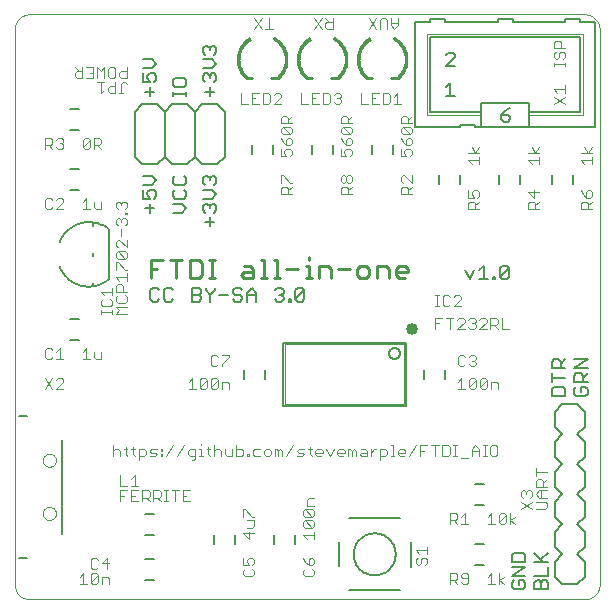
<source format=gto>
G75*
G70*
%OFA0B0*%
%FSLAX24Y24*%
%IPPOS*%
%LPD*%
%AMOC8*
5,1,8,0,0,1.08239X$1,22.5*
%
%ADD10C,0.0000*%
%ADD11C,0.0050*%
%ADD12C,0.0100*%
%ADD13C,0.0040*%
%ADD14C,0.0400*%
%ADD15C,0.0060*%
%ADD16C,0.0020*%
%ADD17C,0.0080*%
%ADD18C,0.0010*%
D10*
X005948Y001650D02*
X005948Y020150D01*
X005950Y020194D01*
X005956Y020237D01*
X005965Y020279D01*
X005978Y020321D01*
X005995Y020361D01*
X006015Y020400D01*
X006038Y020437D01*
X006065Y020471D01*
X006094Y020504D01*
X006127Y020533D01*
X006161Y020560D01*
X006198Y020583D01*
X006237Y020603D01*
X006277Y020620D01*
X006319Y020633D01*
X006361Y020642D01*
X006404Y020648D01*
X006448Y020650D01*
X024948Y020650D01*
X024992Y020648D01*
X025035Y020642D01*
X025077Y020633D01*
X025119Y020620D01*
X025159Y020603D01*
X025198Y020583D01*
X025235Y020560D01*
X025269Y020533D01*
X025302Y020504D01*
X025331Y020471D01*
X025358Y020437D01*
X025381Y020400D01*
X025401Y020361D01*
X025418Y020321D01*
X025431Y020279D01*
X025440Y020237D01*
X025446Y020194D01*
X025448Y020150D01*
X025448Y001650D01*
X025446Y001606D01*
X025440Y001563D01*
X025431Y001521D01*
X025418Y001479D01*
X025401Y001439D01*
X025381Y001400D01*
X025358Y001363D01*
X025331Y001329D01*
X025302Y001296D01*
X025269Y001267D01*
X025235Y001240D01*
X025198Y001217D01*
X025159Y001197D01*
X025119Y001180D01*
X025077Y001167D01*
X025035Y001158D01*
X024992Y001152D01*
X024948Y001150D01*
X006448Y001150D01*
X006404Y001152D01*
X006361Y001158D01*
X006319Y001167D01*
X006277Y001180D01*
X006237Y001197D01*
X006198Y001217D01*
X006161Y001240D01*
X006127Y001267D01*
X006094Y001296D01*
X006065Y001329D01*
X006038Y001363D01*
X006015Y001400D01*
X005995Y001439D01*
X005978Y001479D01*
X005965Y001521D01*
X005956Y001563D01*
X005950Y001606D01*
X005948Y001650D01*
X006892Y004014D02*
X006894Y004043D01*
X006900Y004071D01*
X006909Y004099D01*
X006922Y004125D01*
X006939Y004148D01*
X006958Y004170D01*
X006980Y004189D01*
X007005Y004204D01*
X007031Y004217D01*
X007059Y004225D01*
X007087Y004230D01*
X007116Y004231D01*
X007145Y004228D01*
X007173Y004221D01*
X007200Y004211D01*
X007226Y004197D01*
X007249Y004180D01*
X007270Y004160D01*
X007288Y004137D01*
X007303Y004112D01*
X007314Y004085D01*
X007322Y004057D01*
X007326Y004028D01*
X007326Y004000D01*
X007322Y003971D01*
X007314Y003943D01*
X007303Y003916D01*
X007288Y003891D01*
X007270Y003868D01*
X007249Y003848D01*
X007226Y003831D01*
X007200Y003817D01*
X007173Y003807D01*
X007145Y003800D01*
X007116Y003797D01*
X007087Y003798D01*
X007059Y003803D01*
X007031Y003811D01*
X007005Y003824D01*
X006980Y003839D01*
X006958Y003858D01*
X006939Y003880D01*
X006922Y003903D01*
X006909Y003929D01*
X006900Y003957D01*
X006894Y003985D01*
X006892Y004014D01*
X006892Y005786D02*
X006894Y005815D01*
X006900Y005843D01*
X006909Y005871D01*
X006922Y005897D01*
X006939Y005920D01*
X006958Y005942D01*
X006980Y005961D01*
X007005Y005976D01*
X007031Y005989D01*
X007059Y005997D01*
X007087Y006002D01*
X007116Y006003D01*
X007145Y006000D01*
X007173Y005993D01*
X007200Y005983D01*
X007226Y005969D01*
X007249Y005952D01*
X007270Y005932D01*
X007288Y005909D01*
X007303Y005884D01*
X007314Y005857D01*
X007322Y005829D01*
X007326Y005800D01*
X007326Y005772D01*
X007322Y005743D01*
X007314Y005715D01*
X007303Y005688D01*
X007288Y005663D01*
X007270Y005640D01*
X007249Y005620D01*
X007226Y005603D01*
X007200Y005589D01*
X007173Y005579D01*
X007145Y005572D01*
X007116Y005569D01*
X007087Y005570D01*
X007059Y005575D01*
X007031Y005583D01*
X007005Y005596D01*
X006980Y005611D01*
X006958Y005630D01*
X006939Y005652D01*
X006922Y005675D01*
X006909Y005701D01*
X006900Y005729D01*
X006894Y005757D01*
X006892Y005786D01*
D11*
X010548Y011075D02*
X010698Y011075D01*
X010773Y011150D01*
X010933Y011150D02*
X011008Y011075D01*
X011158Y011075D01*
X011234Y011150D01*
X011234Y011450D02*
X011158Y011525D01*
X011008Y011525D01*
X010933Y011450D01*
X010933Y011150D01*
X010773Y011450D02*
X010698Y011525D01*
X010548Y011525D01*
X010473Y011450D01*
X010473Y011150D01*
X010548Y011075D01*
X011854Y011075D02*
X012079Y011075D01*
X012154Y011150D01*
X012154Y011225D01*
X012079Y011300D01*
X011854Y011300D01*
X011854Y011075D02*
X011854Y011525D01*
X012079Y011525D01*
X012154Y011450D01*
X012154Y011375D01*
X012079Y011300D01*
X012314Y011450D02*
X012465Y011300D01*
X012465Y011075D01*
X012465Y011300D02*
X012615Y011450D01*
X012615Y011525D01*
X012775Y011300D02*
X013075Y011300D01*
X013235Y011375D02*
X013310Y011300D01*
X013460Y011300D01*
X013535Y011225D01*
X013535Y011150D01*
X013460Y011075D01*
X013310Y011075D01*
X013235Y011150D01*
X013235Y011375D02*
X013235Y011450D01*
X013310Y011525D01*
X013460Y011525D01*
X013535Y011450D01*
X013696Y011375D02*
X013846Y011525D01*
X013996Y011375D01*
X013996Y011075D01*
X013996Y011300D02*
X013696Y011300D01*
X013696Y011375D02*
X013696Y011075D01*
X014616Y011150D02*
X014691Y011075D01*
X014842Y011075D01*
X014917Y011150D01*
X014917Y011225D01*
X014842Y011300D01*
X014767Y011300D01*
X014842Y011300D02*
X014917Y011375D01*
X014917Y011450D01*
X014842Y011525D01*
X014691Y011525D01*
X014616Y011450D01*
X015077Y011150D02*
X015077Y011075D01*
X015152Y011075D01*
X015152Y011150D01*
X015077Y011150D01*
X015307Y011150D02*
X015382Y011075D01*
X015532Y011075D01*
X015607Y011150D01*
X015607Y011450D01*
X015307Y011150D01*
X015307Y011450D01*
X015382Y011525D01*
X015532Y011525D01*
X015607Y011450D01*
X012598Y013734D02*
X012298Y013734D01*
X012448Y013583D02*
X012448Y013884D01*
X012598Y014044D02*
X012673Y014119D01*
X012673Y014269D01*
X012598Y014344D01*
X012523Y014344D01*
X012448Y014269D01*
X012448Y014194D01*
X012448Y014269D02*
X012373Y014344D01*
X012298Y014344D01*
X012222Y014269D01*
X012222Y014119D01*
X012298Y014044D01*
X012222Y014504D02*
X012523Y014504D01*
X012673Y014654D01*
X012523Y014804D01*
X012222Y014804D01*
X012298Y014965D02*
X012222Y015040D01*
X012222Y015190D01*
X012298Y015265D01*
X012373Y015265D01*
X012448Y015190D01*
X012523Y015265D01*
X012598Y015265D01*
X012673Y015190D01*
X012673Y015040D01*
X012598Y014965D01*
X012448Y015115D02*
X012448Y015190D01*
X011673Y015190D02*
X011673Y015040D01*
X011598Y014965D01*
X011298Y014965D01*
X011222Y015040D01*
X011222Y015190D01*
X011298Y015265D01*
X011598Y015265D02*
X011673Y015190D01*
X011598Y014804D02*
X011673Y014729D01*
X011673Y014579D01*
X011598Y014504D01*
X011298Y014504D01*
X011222Y014579D01*
X011222Y014729D01*
X011298Y014804D01*
X011222Y014344D02*
X011523Y014344D01*
X011673Y014194D01*
X011523Y014044D01*
X011222Y014044D01*
X010673Y014579D02*
X010598Y014504D01*
X010673Y014579D02*
X010673Y014729D01*
X010598Y014804D01*
X010448Y014804D01*
X010373Y014729D01*
X010373Y014654D01*
X010448Y014504D01*
X010222Y014504D01*
X010222Y014804D01*
X010222Y014965D02*
X010523Y014965D01*
X010673Y015115D01*
X010523Y015265D01*
X010222Y015265D01*
X010448Y014344D02*
X010448Y014044D01*
X010298Y014194D02*
X010598Y014194D01*
X012314Y011525D02*
X012314Y011450D01*
X012448Y017925D02*
X012448Y018225D01*
X012298Y018075D02*
X012598Y018075D01*
X012598Y018385D02*
X012673Y018460D01*
X012673Y018611D01*
X012598Y018686D01*
X012523Y018686D01*
X012448Y018611D01*
X012448Y018536D01*
X012448Y018611D02*
X012373Y018686D01*
X012298Y018686D01*
X012222Y018611D01*
X012222Y018460D01*
X012298Y018385D01*
X012222Y018846D02*
X012523Y018846D01*
X012673Y018996D01*
X012523Y019146D01*
X012222Y019146D01*
X012298Y019306D02*
X012222Y019381D01*
X012222Y019531D01*
X012298Y019606D01*
X012373Y019606D01*
X012448Y019531D01*
X012523Y019606D01*
X012598Y019606D01*
X012673Y019531D01*
X012673Y019381D01*
X012598Y019306D01*
X012448Y019456D02*
X012448Y019531D01*
X011598Y018532D02*
X011298Y018532D01*
X011222Y018457D01*
X011222Y018307D01*
X011298Y018232D01*
X011598Y018232D01*
X011673Y018307D01*
X011673Y018457D01*
X011598Y018532D01*
X011673Y018075D02*
X011673Y017925D01*
X011673Y018000D02*
X011222Y018000D01*
X011222Y017925D02*
X011222Y018075D01*
X010673Y018460D02*
X010598Y018385D01*
X010673Y018460D02*
X010673Y018611D01*
X010598Y018686D01*
X010448Y018686D01*
X010373Y018611D01*
X010373Y018536D01*
X010448Y018385D01*
X010222Y018385D01*
X010222Y018686D01*
X010222Y018846D02*
X010523Y018846D01*
X010673Y018996D01*
X010523Y019146D01*
X010222Y019146D01*
X010448Y018225D02*
X010448Y017925D01*
X010298Y018075D02*
X010598Y018075D01*
X020323Y017925D02*
X020623Y017925D01*
X020473Y017925D02*
X020473Y018375D01*
X020323Y018225D01*
X020323Y018925D02*
X020623Y019225D01*
X020623Y019300D01*
X020548Y019375D01*
X020398Y019375D01*
X020323Y019300D01*
X020323Y018925D02*
X020623Y018925D01*
X022173Y017300D02*
X022323Y017450D01*
X022473Y017525D01*
X022398Y017300D02*
X022173Y017300D01*
X022173Y017150D01*
X022248Y017075D01*
X022398Y017075D01*
X022473Y017150D01*
X022473Y017225D01*
X022398Y017300D01*
X022349Y012275D02*
X022199Y012275D01*
X022124Y012200D01*
X022124Y011900D01*
X022424Y012200D01*
X022424Y011900D01*
X022349Y011825D01*
X022199Y011825D01*
X022124Y011900D01*
X021969Y011900D02*
X021969Y011825D01*
X021894Y011825D01*
X021894Y011900D01*
X021969Y011900D01*
X021734Y011825D02*
X021433Y011825D01*
X021583Y011825D02*
X021583Y012275D01*
X021433Y012125D01*
X021273Y012125D02*
X021123Y011825D01*
X020973Y012125D01*
X022349Y012275D02*
X022424Y012200D01*
X023923Y009146D02*
X024073Y009146D01*
X024148Y009071D01*
X024148Y008846D01*
X024298Y008846D02*
X023847Y008846D01*
X023847Y009071D01*
X023923Y009146D01*
X024148Y008996D02*
X024298Y009146D01*
X024597Y009146D02*
X025048Y009146D01*
X024597Y008846D01*
X025048Y008846D01*
X025048Y008686D02*
X024898Y008536D01*
X024898Y008611D02*
X024898Y008385D01*
X025048Y008385D02*
X024597Y008385D01*
X024597Y008611D01*
X024673Y008686D01*
X024823Y008686D01*
X024898Y008611D01*
X024973Y008225D02*
X024823Y008225D01*
X024823Y008075D01*
X024673Y007925D02*
X024973Y007925D01*
X025048Y008000D01*
X025048Y008150D01*
X024973Y008225D01*
X024673Y008225D02*
X024597Y008150D01*
X024597Y008000D01*
X024673Y007925D01*
X024298Y007925D02*
X024298Y008150D01*
X024223Y008225D01*
X023923Y008225D01*
X023847Y008150D01*
X023847Y007925D01*
X024298Y007925D01*
X023847Y008385D02*
X023847Y008686D01*
X023847Y008536D02*
X024298Y008536D01*
X023723Y002705D02*
X023498Y002480D01*
X023573Y002405D02*
X023272Y002705D01*
X023272Y002405D02*
X023723Y002405D01*
X023723Y002245D02*
X023723Y001945D01*
X023272Y001945D01*
X023348Y001785D02*
X023423Y001785D01*
X023498Y001710D01*
X023498Y001484D01*
X023723Y001484D02*
X023723Y001710D01*
X023648Y001785D01*
X023573Y001785D01*
X023498Y001710D01*
X023348Y001785D02*
X023272Y001710D01*
X023272Y001484D01*
X023723Y001484D01*
X022973Y001559D02*
X022898Y001484D01*
X022598Y001484D01*
X022522Y001559D01*
X022522Y001710D01*
X022598Y001785D01*
X022748Y001785D02*
X022748Y001635D01*
X022748Y001785D02*
X022898Y001785D01*
X022973Y001710D01*
X022973Y001559D01*
X022973Y001945D02*
X022522Y001945D01*
X022973Y002245D01*
X022522Y002245D01*
X022522Y002405D02*
X022522Y002630D01*
X022598Y002705D01*
X022898Y002705D01*
X022973Y002630D01*
X022973Y002405D01*
X022522Y002405D01*
D12*
X018962Y011850D02*
X018762Y011850D01*
X018662Y011950D01*
X018662Y012150D01*
X018762Y012250D01*
X018962Y012250D01*
X019063Y012150D01*
X019063Y012050D01*
X018662Y012050D01*
X018418Y012150D02*
X018418Y011850D01*
X018418Y012150D02*
X018318Y012250D01*
X018018Y012250D01*
X018018Y011850D01*
X017773Y011950D02*
X017773Y012150D01*
X017673Y012250D01*
X017473Y012250D01*
X017373Y012150D01*
X017373Y011950D01*
X017473Y011850D01*
X017673Y011850D01*
X017773Y011950D01*
X017129Y012150D02*
X016729Y012150D01*
X016484Y012150D02*
X016484Y011850D01*
X016484Y012150D02*
X016384Y012250D01*
X016084Y012250D01*
X016084Y011850D01*
X015854Y011850D02*
X015654Y011850D01*
X015754Y011850D02*
X015754Y012250D01*
X015654Y012250D01*
X015754Y012451D02*
X015754Y012551D01*
X015410Y012150D02*
X015010Y012150D01*
X014780Y011850D02*
X014580Y011850D01*
X014680Y011850D02*
X014680Y012451D01*
X014580Y012451D01*
X014250Y012451D02*
X014250Y011850D01*
X014150Y011850D02*
X014350Y011850D01*
X013906Y011850D02*
X013906Y012150D01*
X013806Y012250D01*
X013606Y012250D01*
X013606Y012050D02*
X013906Y012050D01*
X013906Y011850D02*
X013606Y011850D01*
X013506Y011950D01*
X013606Y012050D01*
X014150Y012451D02*
X014250Y012451D01*
X012632Y012451D02*
X012432Y012451D01*
X012532Y012451D02*
X012532Y011850D01*
X012432Y011850D02*
X012632Y011850D01*
X012187Y011950D02*
X012187Y012350D01*
X012087Y012451D01*
X011787Y012451D01*
X011787Y011850D01*
X012087Y011850D01*
X012187Y011950D01*
X011543Y012451D02*
X011142Y012451D01*
X011343Y012451D02*
X011343Y011850D01*
X010698Y012150D02*
X010498Y012150D01*
X010498Y011850D02*
X010498Y012451D01*
X010898Y012451D01*
X013688Y018530D02*
X013868Y018530D01*
X014508Y018530D02*
X014708Y018530D01*
X015688Y018530D02*
X015868Y018530D01*
X016508Y018530D02*
X016708Y018530D01*
X017688Y018530D02*
X017868Y018530D01*
X018508Y018530D02*
X018708Y018530D01*
D13*
X018706Y018030D02*
X018586Y017910D01*
X018458Y017970D02*
X018398Y018030D01*
X018218Y018030D01*
X018218Y017670D01*
X018398Y017670D01*
X018458Y017730D01*
X018458Y017970D01*
X018706Y018030D02*
X018706Y017670D01*
X018586Y017670D02*
X018826Y017670D01*
X018878Y017265D02*
X018998Y017265D01*
X019058Y017205D01*
X019058Y017025D01*
X019178Y017025D02*
X018818Y017025D01*
X018818Y017205D01*
X018878Y017265D01*
X019058Y017145D02*
X019178Y017265D01*
X019118Y016897D02*
X018878Y016897D01*
X019118Y016657D01*
X019178Y016717D01*
X019178Y016837D01*
X019118Y016897D01*
X019118Y016657D02*
X018878Y016657D01*
X018818Y016717D01*
X018818Y016837D01*
X018878Y016897D01*
X018818Y016529D02*
X018878Y016408D01*
X018998Y016288D01*
X018998Y016468D01*
X019058Y016529D01*
X019118Y016529D01*
X019178Y016468D01*
X019178Y016348D01*
X019118Y016288D01*
X018998Y016288D01*
X018998Y016160D02*
X019118Y016160D01*
X019178Y016100D01*
X019178Y015980D01*
X019118Y015920D01*
X018998Y015920D02*
X018938Y016040D01*
X018938Y016100D01*
X018998Y016160D01*
X018818Y016160D02*
X018818Y015920D01*
X018998Y015920D01*
X018938Y015279D02*
X018878Y015279D01*
X018818Y015218D01*
X018818Y015098D01*
X018878Y015038D01*
X018878Y014910D02*
X018998Y014910D01*
X019058Y014850D01*
X019058Y014670D01*
X019178Y014670D02*
X018818Y014670D01*
X018818Y014850D01*
X018878Y014910D01*
X019058Y014790D02*
X019178Y014910D01*
X019178Y015038D02*
X018938Y015279D01*
X019178Y015279D02*
X019178Y015038D01*
X021068Y014779D02*
X021068Y014538D01*
X021248Y014538D01*
X021188Y014658D01*
X021188Y014718D01*
X021248Y014779D01*
X021368Y014779D01*
X021428Y014718D01*
X021428Y014598D01*
X021368Y014538D01*
X021428Y014410D02*
X021308Y014290D01*
X021308Y014350D02*
X021308Y014170D01*
X021428Y014170D02*
X021068Y014170D01*
X021068Y014350D01*
X021128Y014410D01*
X021248Y014410D01*
X021308Y014350D01*
X021428Y015670D02*
X021428Y015910D01*
X021428Y015790D02*
X021068Y015790D01*
X021188Y015670D01*
X021308Y016038D02*
X021188Y016218D01*
X021308Y016038D02*
X021428Y016218D01*
X021428Y016038D02*
X021068Y016038D01*
X023068Y016038D02*
X023428Y016038D01*
X023308Y016038D02*
X023188Y016218D01*
X023308Y016038D02*
X023428Y016218D01*
X023428Y015910D02*
X023428Y015670D01*
X023428Y015790D02*
X023068Y015790D01*
X023188Y015670D01*
X023248Y014779D02*
X023248Y014538D01*
X023068Y014718D01*
X023428Y014718D01*
X023428Y014410D02*
X023308Y014290D01*
X023308Y014350D02*
X023308Y014170D01*
X023428Y014170D02*
X023068Y014170D01*
X023068Y014350D01*
X023128Y014410D01*
X023248Y014410D01*
X023308Y014350D01*
X024818Y014350D02*
X024878Y014410D01*
X024998Y014410D01*
X025058Y014350D01*
X025058Y014170D01*
X025178Y014170D02*
X024818Y014170D01*
X024818Y014350D01*
X025058Y014290D02*
X025178Y014410D01*
X025118Y014538D02*
X025178Y014598D01*
X025178Y014718D01*
X025118Y014779D01*
X025058Y014779D01*
X024998Y014718D01*
X024998Y014538D01*
X025118Y014538D01*
X024998Y014538D02*
X024878Y014658D01*
X024818Y014779D01*
X024938Y015670D02*
X024818Y015790D01*
X025178Y015790D01*
X025178Y015670D02*
X025178Y015910D01*
X025178Y016038D02*
X024818Y016038D01*
X024938Y016218D02*
X025058Y016038D01*
X025178Y016218D01*
X024278Y017670D02*
X023918Y017910D01*
X024038Y018038D02*
X023918Y018158D01*
X024278Y018158D01*
X024278Y018038D02*
X024278Y018279D01*
X024278Y017910D02*
X023918Y017670D01*
X023918Y018920D02*
X023918Y019040D01*
X023918Y018980D02*
X024278Y018980D01*
X024278Y018920D02*
X024278Y019040D01*
X024218Y019166D02*
X024278Y019226D01*
X024278Y019346D01*
X024218Y019406D01*
X024158Y019406D01*
X024098Y019346D01*
X024098Y019226D01*
X024038Y019166D01*
X023978Y019166D01*
X023918Y019226D01*
X023918Y019346D01*
X023978Y019406D01*
X023918Y019534D02*
X023918Y019714D01*
X023978Y019774D01*
X024098Y019774D01*
X024158Y019714D01*
X024158Y019534D01*
X024278Y019534D02*
X023918Y019534D01*
X018730Y020290D02*
X018610Y020170D01*
X018490Y020290D01*
X018490Y020530D01*
X018362Y020470D02*
X018302Y020530D01*
X018182Y020530D01*
X018122Y020470D01*
X018122Y020170D01*
X017994Y020170D02*
X017754Y020530D01*
X017994Y020530D02*
X017754Y020170D01*
X018362Y020170D02*
X018362Y020470D01*
X018490Y020350D02*
X018730Y020350D01*
X018730Y020290D02*
X018730Y020530D01*
X016546Y020530D02*
X016546Y020170D01*
X016366Y020170D01*
X016306Y020230D01*
X016306Y020350D01*
X016366Y020410D01*
X016546Y020410D01*
X016426Y020410D02*
X016306Y020530D01*
X016178Y020530D02*
X015938Y020170D01*
X016178Y020170D02*
X015938Y020530D01*
X014546Y020170D02*
X014306Y020170D01*
X014426Y020170D02*
X014426Y020530D01*
X014178Y020530D02*
X013938Y020170D01*
X014178Y020170D02*
X013938Y020530D01*
X013850Y018030D02*
X013850Y017670D01*
X014090Y017670D01*
X014218Y017670D02*
X014218Y018030D01*
X014398Y018030D01*
X014458Y017970D01*
X014458Y017730D01*
X014398Y017670D01*
X014218Y017670D01*
X013970Y017850D02*
X013850Y017850D01*
X013850Y018030D02*
X014090Y018030D01*
X013721Y017670D02*
X013481Y017670D01*
X013481Y018030D01*
X014586Y017970D02*
X014646Y018030D01*
X014766Y018030D01*
X014826Y017970D01*
X014826Y017910D01*
X014586Y017670D01*
X014826Y017670D01*
X014878Y017265D02*
X014998Y017265D01*
X015058Y017205D01*
X015058Y017025D01*
X015178Y017025D02*
X014818Y017025D01*
X014818Y017205D01*
X014878Y017265D01*
X015058Y017145D02*
X015178Y017265D01*
X015118Y016897D02*
X014878Y016897D01*
X015118Y016657D01*
X015178Y016717D01*
X015178Y016837D01*
X015118Y016897D01*
X015118Y016657D02*
X014878Y016657D01*
X014818Y016717D01*
X014818Y016837D01*
X014878Y016897D01*
X014818Y016529D02*
X014878Y016408D01*
X014998Y016288D01*
X014998Y016468D01*
X015058Y016529D01*
X015118Y016529D01*
X015178Y016468D01*
X015178Y016348D01*
X015118Y016288D01*
X014998Y016288D01*
X014998Y016160D02*
X015118Y016160D01*
X015178Y016100D01*
X015178Y015980D01*
X015118Y015920D01*
X014998Y015920D02*
X014938Y016040D01*
X014938Y016100D01*
X014998Y016160D01*
X014818Y016160D02*
X014818Y015920D01*
X014998Y015920D01*
X014878Y015279D02*
X015118Y015038D01*
X015178Y015038D01*
X015178Y014910D02*
X015058Y014790D01*
X015058Y014850D02*
X015058Y014670D01*
X015178Y014670D02*
X014818Y014670D01*
X014818Y014850D01*
X014878Y014910D01*
X014998Y014910D01*
X015058Y014850D01*
X014818Y015038D02*
X014818Y015279D01*
X014878Y015279D01*
X016818Y015218D02*
X016878Y015279D01*
X016938Y015279D01*
X016998Y015218D01*
X016998Y015098D01*
X016938Y015038D01*
X016878Y015038D01*
X016818Y015098D01*
X016818Y015218D01*
X016998Y015218D02*
X017058Y015279D01*
X017118Y015279D01*
X017178Y015218D01*
X017178Y015098D01*
X017118Y015038D01*
X017058Y015038D01*
X016998Y015098D01*
X016998Y014910D02*
X017058Y014850D01*
X017058Y014670D01*
X017178Y014670D02*
X016818Y014670D01*
X016818Y014850D01*
X016878Y014910D01*
X016998Y014910D01*
X017058Y014790D02*
X017178Y014910D01*
X017118Y015920D02*
X017178Y015980D01*
X017178Y016100D01*
X017118Y016160D01*
X016998Y016160D01*
X016938Y016100D01*
X016938Y016040D01*
X016998Y015920D01*
X016818Y015920D01*
X016818Y016160D01*
X016998Y016288D02*
X016998Y016468D01*
X017058Y016529D01*
X017118Y016529D01*
X017178Y016468D01*
X017178Y016348D01*
X017118Y016288D01*
X016998Y016288D01*
X016878Y016408D01*
X016818Y016529D01*
X016878Y016657D02*
X016818Y016717D01*
X016818Y016837D01*
X016878Y016897D01*
X017118Y016657D01*
X017178Y016717D01*
X017178Y016837D01*
X017118Y016897D01*
X016878Y016897D01*
X016818Y017025D02*
X016818Y017205D01*
X016878Y017265D01*
X016998Y017265D01*
X017058Y017205D01*
X017058Y017025D01*
X017178Y017025D02*
X016818Y017025D01*
X017058Y017145D02*
X017178Y017265D01*
X017481Y017670D02*
X017721Y017670D01*
X017850Y017670D02*
X017850Y018030D01*
X018090Y018030D01*
X017970Y017850D02*
X017850Y017850D01*
X017850Y017670D02*
X018090Y017670D01*
X017481Y017670D02*
X017481Y018030D01*
X016826Y017970D02*
X016826Y017910D01*
X016766Y017850D01*
X016826Y017790D01*
X016826Y017730D01*
X016766Y017670D01*
X016646Y017670D01*
X016586Y017730D01*
X016458Y017730D02*
X016458Y017970D01*
X016398Y018030D01*
X016218Y018030D01*
X016218Y017670D01*
X016398Y017670D01*
X016458Y017730D01*
X016586Y017970D02*
X016646Y018030D01*
X016766Y018030D01*
X016826Y017970D01*
X016766Y017850D02*
X016706Y017850D01*
X016090Y017670D02*
X015850Y017670D01*
X015850Y018030D01*
X016090Y018030D01*
X015970Y017850D02*
X015850Y017850D01*
X015721Y017670D02*
X015481Y017670D01*
X015481Y018030D01*
X016878Y016657D02*
X017118Y016657D01*
X019968Y011280D02*
X020088Y011280D01*
X020028Y011280D02*
X020028Y010920D01*
X019968Y010920D02*
X020088Y010920D01*
X020213Y010980D02*
X020273Y010920D01*
X020394Y010920D01*
X020454Y010980D01*
X020582Y010920D02*
X020822Y011160D01*
X020822Y011220D01*
X020762Y011280D01*
X020642Y011280D01*
X020582Y011220D01*
X020454Y011220D02*
X020394Y011280D01*
X020273Y011280D01*
X020213Y011220D01*
X020213Y010980D01*
X020582Y010920D02*
X020822Y010920D01*
X020765Y010530D02*
X020705Y010470D01*
X020765Y010530D02*
X020885Y010530D01*
X020945Y010470D01*
X020945Y010410D01*
X020705Y010170D01*
X020945Y010170D01*
X021073Y010230D02*
X021133Y010170D01*
X021253Y010170D01*
X021313Y010230D01*
X021313Y010290D01*
X021253Y010350D01*
X021193Y010350D01*
X021253Y010350D02*
X021313Y010410D01*
X021313Y010470D01*
X021253Y010530D01*
X021133Y010530D01*
X021073Y010470D01*
X021441Y010470D02*
X021501Y010530D01*
X021621Y010530D01*
X021681Y010470D01*
X021681Y010410D01*
X021441Y010170D01*
X021681Y010170D01*
X021809Y010170D02*
X021809Y010530D01*
X021990Y010530D01*
X022050Y010470D01*
X022050Y010350D01*
X021990Y010290D01*
X021809Y010290D01*
X021930Y010290D02*
X022050Y010170D01*
X022178Y010170D02*
X022418Y010170D01*
X022178Y010170D02*
X022178Y010530D01*
X021266Y009280D02*
X021326Y009220D01*
X021326Y009160D01*
X021266Y009100D01*
X021326Y009040D01*
X021326Y008980D01*
X021266Y008920D01*
X021146Y008920D01*
X021086Y008980D01*
X020958Y008980D02*
X020898Y008920D01*
X020778Y008920D01*
X020718Y008980D01*
X020718Y009220D01*
X020778Y009280D01*
X020898Y009280D01*
X020958Y009220D01*
X021086Y009220D02*
X021146Y009280D01*
X021266Y009280D01*
X021266Y009100D02*
X021206Y009100D01*
X021146Y008530D02*
X021266Y008530D01*
X021326Y008470D01*
X021086Y008230D01*
X021146Y008170D01*
X021266Y008170D01*
X021326Y008230D01*
X021326Y008470D01*
X021455Y008470D02*
X021515Y008530D01*
X021635Y008530D01*
X021695Y008470D01*
X021455Y008230D01*
X021515Y008170D01*
X021635Y008170D01*
X021695Y008230D01*
X021695Y008470D01*
X021823Y008410D02*
X021823Y008170D01*
X022063Y008170D02*
X022063Y008350D01*
X022003Y008410D01*
X021823Y008410D01*
X021455Y008470D02*
X021455Y008230D01*
X021086Y008230D02*
X021086Y008470D01*
X021146Y008530D01*
X020838Y008530D02*
X020838Y008170D01*
X020718Y008170D02*
X020958Y008170D01*
X020718Y008410D02*
X020838Y008530D01*
X020456Y010170D02*
X020456Y010530D01*
X020336Y010530D02*
X020576Y010530D01*
X020208Y010530D02*
X019968Y010530D01*
X019968Y010170D01*
X019968Y010350D02*
X020088Y010350D01*
X020078Y006280D02*
X019838Y006280D01*
X019958Y006280D02*
X019958Y005920D01*
X020206Y005920D02*
X020386Y005920D01*
X020446Y005980D01*
X020446Y006220D01*
X020386Y006280D01*
X020206Y006280D01*
X020206Y005920D01*
X019709Y006280D02*
X019469Y006280D01*
X019469Y005920D01*
X019469Y006100D02*
X019589Y006100D01*
X019341Y006280D02*
X019101Y005920D01*
X018973Y006040D02*
X018733Y006040D01*
X018733Y005980D02*
X018733Y006100D01*
X018793Y006160D01*
X018913Y006160D01*
X018973Y006100D01*
X018973Y006040D01*
X018913Y005920D02*
X018793Y005920D01*
X018733Y005980D01*
X018607Y005920D02*
X018487Y005920D01*
X018547Y005920D02*
X018547Y006280D01*
X018487Y006280D01*
X018359Y006100D02*
X018359Y005980D01*
X018299Y005920D01*
X018119Y005920D01*
X018119Y005800D02*
X018119Y006160D01*
X018299Y006160D01*
X018359Y006100D01*
X017992Y006160D02*
X017932Y006160D01*
X017812Y006040D01*
X017812Y005920D02*
X017812Y006160D01*
X017684Y006100D02*
X017624Y006160D01*
X017504Y006160D01*
X017504Y006040D02*
X017684Y006040D01*
X017684Y006100D02*
X017684Y005920D01*
X017504Y005920D01*
X017444Y005980D01*
X017504Y006040D01*
X017315Y006100D02*
X017315Y005920D01*
X017195Y005920D02*
X017195Y006100D01*
X017255Y006160D01*
X017315Y006100D01*
X017195Y006100D02*
X017135Y006160D01*
X017075Y006160D01*
X017075Y005920D01*
X016947Y006040D02*
X016707Y006040D01*
X016707Y005980D02*
X016707Y006100D01*
X016767Y006160D01*
X016887Y006160D01*
X016947Y006100D01*
X016947Y006040D01*
X016887Y005920D02*
X016767Y005920D01*
X016707Y005980D01*
X016579Y006160D02*
X016459Y005920D01*
X016339Y006160D01*
X016211Y006100D02*
X016211Y006040D01*
X015970Y006040D01*
X015970Y005980D02*
X015970Y006100D01*
X016030Y006160D01*
X016150Y006160D01*
X016211Y006100D01*
X016150Y005920D02*
X016030Y005920D01*
X015970Y005980D01*
X015845Y005920D02*
X015785Y005980D01*
X015785Y006220D01*
X015725Y006160D02*
X015845Y006160D01*
X015597Y006160D02*
X015416Y006160D01*
X015356Y006100D01*
X015416Y006040D01*
X015537Y006040D01*
X015597Y005980D01*
X015537Y005920D01*
X015356Y005920D01*
X014988Y005920D02*
X015228Y006280D01*
X014860Y006100D02*
X014860Y005920D01*
X014740Y005920D02*
X014740Y006100D01*
X014800Y006160D01*
X014860Y006100D01*
X014740Y006100D02*
X014680Y006160D01*
X014620Y006160D01*
X014620Y005920D01*
X014492Y005980D02*
X014492Y006100D01*
X014432Y006160D01*
X014312Y006160D01*
X014252Y006100D01*
X014252Y005980D01*
X014312Y005920D01*
X014432Y005920D01*
X014492Y005980D01*
X014123Y005920D02*
X013943Y005920D01*
X013883Y005980D01*
X013883Y006100D01*
X013943Y006160D01*
X014123Y006160D01*
X013759Y005980D02*
X013759Y005920D01*
X013699Y005920D01*
X013699Y005980D01*
X013759Y005980D01*
X013571Y005980D02*
X013571Y006100D01*
X013511Y006160D01*
X013331Y006160D01*
X013331Y006280D02*
X013331Y005920D01*
X013511Y005920D01*
X013571Y005980D01*
X013203Y005920D02*
X013203Y006160D01*
X013203Y005920D02*
X013022Y005920D01*
X012962Y005980D01*
X012962Y006160D01*
X012834Y006100D02*
X012774Y006160D01*
X012654Y006160D01*
X012594Y006100D01*
X012469Y006160D02*
X012349Y006160D01*
X012409Y006220D02*
X012409Y005980D01*
X012469Y005920D01*
X012594Y005920D02*
X012594Y006280D01*
X012834Y006100D02*
X012834Y005920D01*
X012223Y005920D02*
X012103Y005920D01*
X012163Y005920D02*
X012163Y006160D01*
X012103Y006160D01*
X011975Y006160D02*
X011795Y006160D01*
X011735Y006100D01*
X011735Y005980D01*
X011795Y005920D01*
X011975Y005920D01*
X011975Y005860D02*
X011915Y005800D01*
X011855Y005800D01*
X011975Y005860D02*
X011975Y006160D01*
X012163Y006280D02*
X012163Y006340D01*
X011607Y006280D02*
X011366Y005920D01*
X010998Y005920D02*
X011238Y006280D01*
X010874Y006160D02*
X010874Y006100D01*
X010814Y006100D01*
X010814Y006160D01*
X010874Y006160D01*
X010874Y005980D02*
X010874Y005920D01*
X010814Y005920D01*
X010814Y005980D01*
X010874Y005980D01*
X010686Y005980D02*
X010626Y006040D01*
X010506Y006040D01*
X010446Y006100D01*
X010506Y006160D01*
X010686Y006160D01*
X010686Y005980D02*
X010626Y005920D01*
X010446Y005920D01*
X010317Y005980D02*
X010257Y005920D01*
X010077Y005920D01*
X010077Y005800D02*
X010077Y006160D01*
X010257Y006160D01*
X010317Y006100D01*
X010317Y005980D01*
X009952Y005920D02*
X009892Y005980D01*
X009892Y006220D01*
X009832Y006160D02*
X009952Y006160D01*
X009706Y006160D02*
X009586Y006160D01*
X009646Y006220D02*
X009646Y005980D01*
X009706Y005920D01*
X009458Y005920D02*
X009458Y006100D01*
X009398Y006160D01*
X009278Y006160D01*
X009218Y006100D01*
X009218Y006280D02*
X009218Y005920D01*
X009468Y005280D02*
X009468Y004920D01*
X009708Y004920D01*
X009836Y004920D02*
X010076Y004920D01*
X009956Y004920D02*
X009956Y005280D01*
X009836Y005160D01*
X009836Y004780D02*
X009836Y004420D01*
X010076Y004420D01*
X010205Y004420D02*
X010205Y004780D01*
X010385Y004780D01*
X010445Y004720D01*
X010445Y004600D01*
X010385Y004540D01*
X010205Y004540D01*
X010325Y004540D02*
X010445Y004420D01*
X010573Y004420D02*
X010573Y004780D01*
X010753Y004780D01*
X010813Y004720D01*
X010813Y004600D01*
X010753Y004540D01*
X010573Y004540D01*
X010693Y004540D02*
X010813Y004420D01*
X010941Y004420D02*
X011061Y004420D01*
X011001Y004420D02*
X011001Y004780D01*
X010941Y004780D02*
X011061Y004780D01*
X011187Y004780D02*
X011427Y004780D01*
X011307Y004780D02*
X011307Y004420D01*
X011555Y004420D02*
X011555Y004780D01*
X011795Y004780D01*
X011675Y004600D02*
X011555Y004600D01*
X011555Y004420D02*
X011795Y004420D01*
X010076Y004780D02*
X009836Y004780D01*
X009708Y004780D02*
X009468Y004780D01*
X009468Y004420D01*
X009468Y004600D02*
X009588Y004600D01*
X009836Y004600D02*
X009956Y004600D01*
X009030Y002530D02*
X008850Y002350D01*
X009090Y002350D01*
X009030Y002170D02*
X009030Y002530D01*
X008721Y002470D02*
X008661Y002530D01*
X008541Y002530D01*
X008481Y002470D01*
X008481Y002230D01*
X008541Y002170D01*
X008661Y002170D01*
X008721Y002230D01*
X008661Y002030D02*
X008721Y001970D01*
X008481Y001730D01*
X008541Y001670D01*
X008661Y001670D01*
X008721Y001730D01*
X008721Y001970D01*
X008661Y002030D02*
X008541Y002030D01*
X008481Y001970D01*
X008481Y001730D01*
X008353Y001670D02*
X008113Y001670D01*
X008233Y001670D02*
X008233Y002030D01*
X008113Y001910D01*
X008850Y001910D02*
X008850Y001670D01*
X009090Y001670D02*
X009090Y001850D01*
X009030Y001910D01*
X008850Y001910D01*
X013568Y001980D02*
X013628Y001920D01*
X013868Y001920D01*
X013928Y001980D01*
X013928Y002100D01*
X013868Y002160D01*
X013868Y002288D02*
X013928Y002348D01*
X013928Y002468D01*
X013868Y002529D01*
X013748Y002529D01*
X013688Y002468D01*
X013688Y002408D01*
X013748Y002288D01*
X013568Y002288D01*
X013568Y002529D01*
X013628Y002160D02*
X013568Y002100D01*
X013568Y001980D01*
X013748Y003170D02*
X013748Y003410D01*
X013688Y003538D02*
X013868Y003538D01*
X013928Y003598D01*
X013928Y003779D01*
X013688Y003779D01*
X013568Y003907D02*
X013568Y004147D01*
X013628Y004147D01*
X013868Y003907D01*
X013928Y003907D01*
X013928Y003350D02*
X013568Y003350D01*
X013748Y003170D01*
X015568Y003290D02*
X015688Y003170D01*
X015568Y003290D02*
X015928Y003290D01*
X015928Y003170D02*
X015928Y003410D01*
X015868Y003538D02*
X015628Y003538D01*
X015568Y003598D01*
X015568Y003718D01*
X015628Y003779D01*
X015868Y003538D01*
X015928Y003598D01*
X015928Y003718D01*
X015868Y003779D01*
X015628Y003779D01*
X015628Y003907D02*
X015568Y003967D01*
X015568Y004087D01*
X015628Y004147D01*
X015868Y003907D01*
X015928Y003967D01*
X015928Y004087D01*
X015868Y004147D01*
X015628Y004147D01*
X015688Y004275D02*
X015688Y004455D01*
X015748Y004515D01*
X015928Y004515D01*
X015928Y004275D02*
X015688Y004275D01*
X015628Y003907D02*
X015868Y003907D01*
X015868Y002529D02*
X015808Y002529D01*
X015748Y002468D01*
X015748Y002288D01*
X015868Y002288D01*
X015928Y002348D01*
X015928Y002468D01*
X015868Y002529D01*
X015628Y002408D02*
X015748Y002288D01*
X015628Y002408D02*
X015568Y002529D01*
X015628Y002160D02*
X015568Y002100D01*
X015568Y001980D01*
X015628Y001920D01*
X015868Y001920D01*
X015928Y001980D01*
X015928Y002100D01*
X015868Y002160D01*
X019318Y002362D02*
X019378Y002302D01*
X019438Y002302D01*
X019498Y002362D01*
X019498Y002482D01*
X019558Y002542D01*
X019618Y002542D01*
X019678Y002482D01*
X019678Y002362D01*
X019618Y002302D01*
X019318Y002362D02*
X019318Y002482D01*
X019378Y002542D01*
X019438Y002670D02*
X019318Y002790D01*
X019678Y002790D01*
X019678Y002670D02*
X019678Y002910D01*
X020468Y003670D02*
X020468Y004030D01*
X020648Y004030D01*
X020708Y003970D01*
X020708Y003850D01*
X020648Y003790D01*
X020468Y003790D01*
X020588Y003790D02*
X020708Y003670D01*
X020836Y003670D02*
X021076Y003670D01*
X020956Y003670D02*
X020956Y004030D01*
X020836Y003910D01*
X021718Y003910D02*
X021838Y004030D01*
X021838Y003670D01*
X021718Y003670D02*
X021958Y003670D01*
X022086Y003730D02*
X022326Y003970D01*
X022326Y003730D01*
X022266Y003670D01*
X022146Y003670D01*
X022086Y003730D01*
X022086Y003970D01*
X022146Y004030D01*
X022266Y004030D01*
X022326Y003970D01*
X022455Y004030D02*
X022455Y003670D01*
X022455Y003790D02*
X022635Y003910D01*
X022455Y003790D02*
X022635Y003670D01*
X022818Y004170D02*
X023178Y004410D01*
X023318Y004410D02*
X023618Y004410D01*
X023678Y004350D01*
X023678Y004230D01*
X023618Y004170D01*
X023318Y004170D01*
X023178Y004170D02*
X022818Y004410D01*
X022878Y004538D02*
X022818Y004598D01*
X022818Y004718D01*
X022878Y004779D01*
X022938Y004779D01*
X022998Y004718D01*
X023058Y004779D01*
X023118Y004779D01*
X023178Y004718D01*
X023178Y004598D01*
X023118Y004538D01*
X022998Y004658D02*
X022998Y004718D01*
X023318Y004658D02*
X023438Y004779D01*
X023678Y004779D01*
X023678Y004907D02*
X023318Y004907D01*
X023318Y005087D01*
X023378Y005147D01*
X023498Y005147D01*
X023558Y005087D01*
X023558Y004907D01*
X023558Y005027D02*
X023678Y005147D01*
X023678Y005395D02*
X023318Y005395D01*
X023318Y005275D02*
X023318Y005515D01*
X023498Y004779D02*
X023498Y004538D01*
X023438Y004538D02*
X023318Y004658D01*
X023438Y004538D02*
X023678Y004538D01*
X022042Y005980D02*
X022042Y006220D01*
X021982Y006280D01*
X021862Y006280D01*
X021802Y006220D01*
X021802Y005980D01*
X021862Y005920D01*
X021982Y005920D01*
X022042Y005980D01*
X021677Y005920D02*
X021556Y005920D01*
X021616Y005920D02*
X021616Y006280D01*
X021556Y006280D02*
X021677Y006280D01*
X021428Y006160D02*
X021428Y005920D01*
X021428Y006100D02*
X021188Y006100D01*
X021188Y006160D02*
X021188Y005920D01*
X021060Y005860D02*
X020820Y005860D01*
X020694Y005920D02*
X020574Y005920D01*
X020634Y005920D02*
X020634Y006280D01*
X020574Y006280D02*
X020694Y006280D01*
X021188Y006160D02*
X021308Y006280D01*
X021428Y006160D01*
X021838Y002030D02*
X021838Y001670D01*
X021718Y001670D02*
X021958Y001670D01*
X022086Y001670D02*
X022086Y002030D01*
X022266Y001910D02*
X022086Y001790D01*
X022266Y001670D01*
X021838Y002030D02*
X021718Y001910D01*
X021076Y001850D02*
X020896Y001850D01*
X020836Y001910D01*
X020836Y001970D01*
X020896Y002030D01*
X021016Y002030D01*
X021076Y001970D01*
X021076Y001730D01*
X021016Y001670D01*
X020896Y001670D01*
X020836Y001730D01*
X020708Y001670D02*
X020588Y001790D01*
X020648Y001790D02*
X020468Y001790D01*
X020468Y001670D02*
X020468Y002030D01*
X020648Y002030D01*
X020708Y001970D01*
X020708Y001850D01*
X020648Y001790D01*
X013090Y008170D02*
X013090Y008350D01*
X013030Y008410D01*
X012850Y008410D01*
X012850Y008170D01*
X012721Y008230D02*
X012721Y008470D01*
X012481Y008230D01*
X012541Y008170D01*
X012661Y008170D01*
X012721Y008230D01*
X012481Y008230D02*
X012481Y008470D01*
X012541Y008530D01*
X012661Y008530D01*
X012721Y008470D01*
X012353Y008470D02*
X012353Y008230D01*
X012293Y008170D01*
X012173Y008170D01*
X012113Y008230D01*
X012353Y008470D01*
X012293Y008530D01*
X012173Y008530D01*
X012113Y008470D01*
X012113Y008230D01*
X011985Y008170D02*
X011745Y008170D01*
X011865Y008170D02*
X011865Y008530D01*
X011745Y008410D01*
X012481Y008980D02*
X012541Y008920D01*
X012661Y008920D01*
X012721Y008980D01*
X012850Y008980D02*
X012850Y008920D01*
X012850Y008980D02*
X013090Y009220D01*
X013090Y009280D01*
X012850Y009280D01*
X012721Y009220D02*
X012661Y009280D01*
X012541Y009280D01*
X012481Y009220D01*
X012481Y008980D01*
X009678Y010670D02*
X009318Y010670D01*
X009438Y010790D01*
X009318Y010910D01*
X009678Y010910D01*
X009618Y011038D02*
X009678Y011098D01*
X009678Y011218D01*
X009618Y011279D01*
X009678Y011407D02*
X009318Y011407D01*
X009318Y011587D01*
X009378Y011647D01*
X009498Y011647D01*
X009558Y011587D01*
X009558Y011407D01*
X009378Y011279D02*
X009318Y011218D01*
X009318Y011098D01*
X009378Y011038D01*
X009618Y011038D01*
X009178Y011096D02*
X009118Y011156D01*
X009178Y011096D02*
X009178Y010976D01*
X009118Y010916D01*
X008878Y010916D01*
X008818Y010976D01*
X008818Y011096D01*
X008878Y011156D01*
X008938Y011284D02*
X008818Y011404D01*
X009178Y011404D01*
X009178Y011284D02*
X009178Y011524D01*
X009438Y011775D02*
X009318Y011895D01*
X009678Y011895D01*
X009678Y011775D02*
X009678Y012015D01*
X009678Y012143D02*
X009618Y012143D01*
X009378Y012383D01*
X009318Y012383D01*
X009318Y012143D01*
X009378Y012512D02*
X009318Y012572D01*
X009318Y012692D01*
X009378Y012752D01*
X009618Y012512D01*
X009678Y012572D01*
X009678Y012692D01*
X009618Y012752D01*
X009378Y012752D01*
X009378Y012880D02*
X009318Y012940D01*
X009318Y013060D01*
X009378Y013120D01*
X009438Y013120D01*
X009678Y012880D01*
X009678Y013120D01*
X009498Y013248D02*
X009498Y013488D01*
X009618Y013617D02*
X009678Y013677D01*
X009678Y013797D01*
X009618Y013857D01*
X009558Y013857D01*
X009498Y013797D01*
X009498Y013737D01*
X009498Y013797D02*
X009438Y013857D01*
X009378Y013857D01*
X009318Y013797D01*
X009318Y013677D01*
X009378Y013617D01*
X009618Y013985D02*
X009618Y014045D01*
X009678Y014045D01*
X009678Y013985D01*
X009618Y013985D01*
X009618Y014169D02*
X009678Y014229D01*
X009678Y014349D01*
X009618Y014409D01*
X009558Y014409D01*
X009498Y014349D01*
X009498Y014289D01*
X009498Y014349D02*
X009438Y014409D01*
X009378Y014409D01*
X009318Y014349D01*
X009318Y014229D01*
X009378Y014169D01*
X008826Y014170D02*
X008826Y014410D01*
X008586Y014410D02*
X008586Y014230D01*
X008646Y014170D01*
X008826Y014170D01*
X008458Y014170D02*
X008218Y014170D01*
X008338Y014170D02*
X008338Y014530D01*
X008218Y014410D01*
X007576Y014410D02*
X007576Y014470D01*
X007516Y014530D01*
X007396Y014530D01*
X007336Y014470D01*
X007208Y014470D02*
X007148Y014530D01*
X007028Y014530D01*
X006968Y014470D01*
X006968Y014230D01*
X007028Y014170D01*
X007148Y014170D01*
X007208Y014230D01*
X007336Y014170D02*
X007576Y014410D01*
X007576Y014170D02*
X007336Y014170D01*
X009378Y012512D02*
X009618Y012512D01*
X009178Y010790D02*
X009178Y010670D01*
X009178Y010730D02*
X008818Y010730D01*
X008818Y010670D02*
X008818Y010790D01*
X008338Y009530D02*
X008218Y009410D01*
X008338Y009530D02*
X008338Y009170D01*
X008218Y009170D02*
X008458Y009170D01*
X008586Y009230D02*
X008586Y009410D01*
X008586Y009230D02*
X008646Y009170D01*
X008826Y009170D01*
X008826Y009410D01*
X007576Y009170D02*
X007336Y009170D01*
X007456Y009170D02*
X007456Y009530D01*
X007336Y009410D01*
X007208Y009470D02*
X007148Y009530D01*
X007028Y009530D01*
X006968Y009470D01*
X006968Y009230D01*
X007028Y009170D01*
X007148Y009170D01*
X007208Y009230D01*
X007208Y008530D02*
X006968Y008170D01*
X007208Y008170D02*
X006968Y008530D01*
X007336Y008470D02*
X007396Y008530D01*
X007516Y008530D01*
X007576Y008470D01*
X007576Y008410D01*
X007336Y008170D01*
X007576Y008170D01*
X007516Y016170D02*
X007396Y016170D01*
X007336Y016230D01*
X007208Y016170D02*
X007088Y016290D01*
X007148Y016290D02*
X006968Y016290D01*
X006968Y016170D02*
X006968Y016530D01*
X007148Y016530D01*
X007208Y016470D01*
X007208Y016350D01*
X007148Y016290D01*
X007336Y016470D02*
X007396Y016530D01*
X007516Y016530D01*
X007576Y016470D01*
X007576Y016410D01*
X007516Y016350D01*
X007576Y016290D01*
X007576Y016230D01*
X007516Y016170D01*
X007516Y016350D02*
X007456Y016350D01*
X008218Y016230D02*
X008458Y016470D01*
X008458Y016230D01*
X008398Y016170D01*
X008278Y016170D01*
X008218Y016230D01*
X008218Y016470D01*
X008278Y016530D01*
X008398Y016530D01*
X008458Y016470D01*
X008586Y016530D02*
X008586Y016170D01*
X008586Y016290D02*
X008766Y016290D01*
X008826Y016350D01*
X008826Y016470D01*
X008766Y016530D01*
X008586Y016530D01*
X008706Y016290D02*
X008826Y016170D01*
X008821Y018020D02*
X008821Y018380D01*
X008941Y018380D02*
X008701Y018380D01*
X008701Y018520D02*
X008701Y018880D01*
X008821Y018760D01*
X008941Y018880D01*
X008941Y018520D01*
X009069Y018580D02*
X009129Y018520D01*
X009250Y018520D01*
X009310Y018580D01*
X009310Y018820D01*
X009250Y018880D01*
X009129Y018880D01*
X009069Y018820D01*
X009069Y018580D01*
X009310Y018380D02*
X009310Y018020D01*
X009129Y018020D01*
X009069Y018080D01*
X009069Y018200D01*
X009129Y018260D01*
X009310Y018260D01*
X009498Y018320D02*
X009498Y018020D01*
X009558Y018020D02*
X009438Y018020D01*
X009498Y018320D02*
X009558Y018380D01*
X009618Y018380D01*
X009678Y018320D01*
X009678Y018520D02*
X009498Y018520D01*
X009438Y018580D01*
X009438Y018700D01*
X009498Y018760D01*
X009678Y018760D01*
X009678Y018880D02*
X009678Y018520D01*
X008941Y018140D02*
X008821Y018020D01*
X008573Y018520D02*
X008333Y018520D01*
X008205Y018520D02*
X008024Y018520D01*
X007964Y018580D01*
X007964Y018700D01*
X008024Y018760D01*
X008205Y018760D01*
X008205Y018880D02*
X008205Y018520D01*
X008453Y018700D02*
X008573Y018700D01*
X008573Y018880D02*
X008333Y018880D01*
X008573Y018880D02*
X008573Y018520D01*
X008085Y018760D02*
X007964Y018880D01*
D14*
X019198Y010150D03*
D15*
X018995Y009710D02*
X018995Y007590D01*
X014901Y007590D01*
X014901Y009710D01*
X018995Y009710D01*
X018430Y009350D02*
X018432Y009376D01*
X018438Y009402D01*
X018447Y009427D01*
X018460Y009450D01*
X018476Y009471D01*
X018495Y009489D01*
X018517Y009505D01*
X018540Y009517D01*
X018565Y009525D01*
X018591Y009530D01*
X018618Y009531D01*
X018644Y009528D01*
X018669Y009521D01*
X018694Y009511D01*
X018716Y009497D01*
X018737Y009480D01*
X018754Y009461D01*
X018769Y009439D01*
X018780Y009415D01*
X018788Y009389D01*
X018792Y009363D01*
X018792Y009337D01*
X018788Y009311D01*
X018780Y009285D01*
X018769Y009261D01*
X018754Y009239D01*
X018737Y009220D01*
X018716Y009203D01*
X018694Y009189D01*
X018669Y009179D01*
X018644Y009172D01*
X018618Y009169D01*
X018591Y009170D01*
X018565Y009175D01*
X018540Y009183D01*
X018517Y009195D01*
X018495Y009211D01*
X018476Y009229D01*
X018460Y009250D01*
X018447Y009273D01*
X018438Y009298D01*
X018432Y009324D01*
X018430Y009350D01*
X019598Y008810D02*
X019598Y008490D01*
X020298Y008490D02*
X020298Y008810D01*
X021288Y005000D02*
X021608Y005000D01*
X021608Y004300D02*
X021288Y004300D01*
X021288Y003000D02*
X021608Y003000D01*
X021608Y002300D02*
X021288Y002300D01*
X015298Y002990D02*
X015298Y003310D01*
X014598Y003310D02*
X014598Y002990D01*
X013298Y002990D02*
X013298Y003310D01*
X012598Y003310D02*
X012598Y002990D01*
X010608Y003300D02*
X010288Y003300D01*
X010288Y004000D02*
X010608Y004000D01*
X010608Y002500D02*
X010288Y002500D01*
X010288Y001800D02*
X010608Y001800D01*
X013598Y008490D02*
X013598Y008810D01*
X014298Y008810D02*
X014298Y008490D01*
X008108Y009800D02*
X007788Y009800D01*
X007788Y010500D02*
X008108Y010500D01*
X008108Y014800D02*
X007788Y014800D01*
X007788Y015500D02*
X008108Y015500D01*
X008108Y016800D02*
X007788Y016800D01*
X007788Y017500D02*
X008108Y017500D01*
X009948Y017400D02*
X010198Y017650D01*
X010698Y017650D01*
X010948Y017400D01*
X010948Y015900D01*
X011198Y015650D01*
X011698Y015650D01*
X011948Y015900D01*
X012198Y015650D01*
X012698Y015650D01*
X012948Y015900D01*
X012948Y017400D01*
X012698Y017650D01*
X012198Y017650D01*
X011948Y017400D01*
X011948Y015900D01*
X010948Y015900D02*
X010698Y015650D01*
X010198Y015650D01*
X009948Y015900D01*
X009948Y017400D01*
X010948Y017400D02*
X011198Y017650D01*
X011698Y017650D01*
X011948Y017400D01*
X013848Y016310D02*
X013848Y015990D01*
X014548Y015990D02*
X014548Y016310D01*
X015848Y016310D02*
X015848Y015990D01*
X016548Y015990D02*
X016548Y016310D01*
X017848Y016310D02*
X017848Y015990D01*
X018548Y015990D02*
X018548Y016310D01*
X019298Y016900D02*
X020798Y016900D01*
X020798Y016950D01*
X021298Y016950D01*
X021298Y016900D01*
X021498Y016900D01*
X021498Y017300D01*
X021498Y017400D01*
X019798Y017400D01*
X019798Y019900D01*
X024798Y019900D01*
X024798Y017400D01*
X023098Y017400D01*
X023098Y017300D01*
X023098Y016900D01*
X021498Y016900D01*
X021498Y017400D02*
X021498Y017700D01*
X023098Y017700D01*
X023098Y017400D01*
X023098Y016900D02*
X025298Y016900D01*
X025298Y020400D01*
X024798Y020400D01*
X024798Y020500D01*
X024298Y020500D01*
X024298Y020400D01*
X022548Y020400D01*
X022548Y020500D01*
X022048Y020500D01*
X022048Y020400D01*
X020298Y020400D01*
X020298Y020500D01*
X019798Y020500D01*
X019798Y020400D01*
X019298Y020400D01*
X019298Y016900D01*
X020098Y015310D02*
X020098Y014990D01*
X020798Y014990D02*
X020798Y015310D01*
X022098Y015310D02*
X022098Y014990D01*
X022798Y014990D02*
X022798Y015310D01*
X023848Y015310D02*
X023848Y014990D01*
X024548Y014990D02*
X024548Y015310D01*
D16*
X024898Y017300D02*
X023098Y017300D01*
X021498Y017300D02*
X019698Y017300D01*
X019698Y020000D01*
X024898Y020000D01*
X024898Y017300D01*
X018931Y009650D02*
X018931Y007650D01*
X014964Y007650D01*
X014964Y009650D01*
X018931Y009650D01*
D17*
X023948Y007400D02*
X023948Y006900D01*
X024198Y006650D01*
X023948Y006400D01*
X023948Y005900D01*
X024198Y005650D01*
X023948Y005400D01*
X023948Y004900D01*
X024198Y004650D01*
X023948Y004400D01*
X023948Y003900D01*
X024198Y003650D01*
X023948Y003400D01*
X023948Y002900D01*
X024198Y002650D01*
X023948Y002400D01*
X023948Y001900D01*
X024198Y001650D01*
X024698Y001650D01*
X024948Y001900D01*
X024948Y002400D01*
X024698Y002650D01*
X024948Y002900D01*
X024948Y003400D01*
X024698Y003650D01*
X024948Y003900D01*
X024948Y004400D01*
X024698Y004650D01*
X024948Y004900D01*
X024948Y005400D01*
X024698Y005650D01*
X024948Y005900D01*
X024948Y006400D01*
X024698Y006650D01*
X024948Y006900D01*
X024948Y007400D01*
X024698Y007650D01*
X024198Y007650D01*
X023948Y007400D01*
X018798Y003850D02*
X017098Y003850D01*
X016748Y003050D02*
X016748Y002257D01*
X017098Y001450D02*
X018798Y001450D01*
X019148Y002245D02*
X019148Y003050D01*
X017248Y002650D02*
X017250Y002702D01*
X017256Y002754D01*
X017266Y002806D01*
X017279Y002856D01*
X017296Y002906D01*
X017317Y002954D01*
X017342Y003000D01*
X017370Y003044D01*
X017401Y003086D01*
X017435Y003126D01*
X017472Y003163D01*
X017512Y003197D01*
X017554Y003228D01*
X017598Y003256D01*
X017644Y003281D01*
X017692Y003302D01*
X017742Y003319D01*
X017792Y003332D01*
X017844Y003342D01*
X017896Y003348D01*
X017948Y003350D01*
X018000Y003348D01*
X018052Y003342D01*
X018104Y003332D01*
X018154Y003319D01*
X018204Y003302D01*
X018252Y003281D01*
X018298Y003256D01*
X018342Y003228D01*
X018384Y003197D01*
X018424Y003163D01*
X018461Y003126D01*
X018495Y003086D01*
X018526Y003044D01*
X018554Y003000D01*
X018579Y002954D01*
X018600Y002906D01*
X018617Y002856D01*
X018630Y002806D01*
X018640Y002754D01*
X018646Y002702D01*
X018648Y002650D01*
X018646Y002598D01*
X018640Y002546D01*
X018630Y002494D01*
X018617Y002444D01*
X018600Y002394D01*
X018579Y002346D01*
X018554Y002300D01*
X018526Y002256D01*
X018495Y002214D01*
X018461Y002174D01*
X018424Y002137D01*
X018384Y002103D01*
X018342Y002072D01*
X018298Y002044D01*
X018252Y002019D01*
X018204Y001998D01*
X018154Y001981D01*
X018104Y001968D01*
X018052Y001958D01*
X018000Y001952D01*
X017948Y001950D01*
X017896Y001952D01*
X017844Y001958D01*
X017792Y001968D01*
X017742Y001981D01*
X017692Y001998D01*
X017644Y002019D01*
X017598Y002044D01*
X017554Y002072D01*
X017512Y002103D01*
X017472Y002137D01*
X017435Y002174D01*
X017401Y002214D01*
X017370Y002256D01*
X017342Y002300D01*
X017317Y002346D01*
X017296Y002394D01*
X017279Y002444D01*
X017266Y002494D01*
X017256Y002546D01*
X017250Y002598D01*
X017248Y002650D01*
X007542Y003325D02*
X007542Y006475D01*
X006360Y007262D02*
X006098Y007262D01*
X008548Y011605D02*
X008548Y011700D01*
X009098Y011825D02*
X009098Y013475D01*
X008548Y013600D02*
X008548Y013695D01*
X008548Y012690D02*
X008548Y012610D01*
X009098Y011826D02*
X009049Y011787D01*
X008998Y011750D01*
X008945Y011717D01*
X008891Y011687D01*
X008834Y011661D01*
X008776Y011638D01*
X008717Y011618D01*
X008656Y011602D01*
X008595Y011590D01*
X008533Y011581D01*
X008471Y011576D01*
X008408Y011575D01*
X008346Y011578D01*
X008283Y011584D01*
X008222Y011594D01*
X008161Y011608D01*
X008101Y011625D01*
X008042Y011646D01*
X007984Y011670D01*
X007928Y011698D01*
X007874Y011729D01*
X007822Y011764D01*
X007772Y011801D01*
X007724Y011841D01*
X007679Y011885D01*
X007636Y011930D01*
X007596Y011979D01*
X007560Y012029D01*
X007526Y012082D01*
X007495Y012136D01*
X007468Y012193D01*
X007445Y012250D01*
X007445Y013050D02*
X007468Y013107D01*
X007495Y013164D01*
X007526Y013218D01*
X007560Y013271D01*
X007596Y013321D01*
X007636Y013370D01*
X007679Y013415D01*
X007724Y013459D01*
X007772Y013499D01*
X007822Y013536D01*
X007874Y013571D01*
X007928Y013602D01*
X007984Y013630D01*
X008042Y013654D01*
X008101Y013675D01*
X008161Y013692D01*
X008222Y013706D01*
X008283Y013716D01*
X008346Y013722D01*
X008408Y013725D01*
X008471Y013724D01*
X008533Y013719D01*
X008595Y013710D01*
X008656Y013698D01*
X008717Y013682D01*
X008776Y013662D01*
X008834Y013639D01*
X008891Y013613D01*
X008945Y013583D01*
X008998Y013550D01*
X009049Y013513D01*
X009098Y013474D01*
X006360Y002538D02*
X006098Y002538D01*
D18*
X015042Y019155D02*
X014952Y019155D01*
X014953Y019155D02*
X014951Y019209D01*
X014945Y019262D01*
X014935Y019315D01*
X014921Y019367D01*
X014904Y019418D01*
X014883Y019467D01*
X014859Y019515D01*
X014831Y019561D01*
X014800Y019605D01*
X014766Y019647D01*
X014730Y019686D01*
X014690Y019723D01*
X014648Y019756D01*
X014604Y019787D01*
X014558Y019814D01*
X014600Y019893D01*
X014649Y019865D01*
X014695Y019833D01*
X014740Y019798D01*
X014782Y019761D01*
X014822Y019720D01*
X014858Y019677D01*
X014892Y019632D01*
X014923Y019585D01*
X014950Y019535D01*
X014974Y019484D01*
X014995Y019432D01*
X015012Y019378D01*
X015025Y019323D01*
X015035Y019268D01*
X015041Y019211D01*
X015043Y019155D01*
X015034Y019155D01*
X015032Y019211D01*
X015026Y019266D01*
X015016Y019321D01*
X015003Y019376D01*
X014986Y019429D01*
X014966Y019481D01*
X014942Y019531D01*
X014915Y019580D01*
X014885Y019627D01*
X014851Y019672D01*
X014815Y019714D01*
X014776Y019754D01*
X014734Y019791D01*
X014690Y019826D01*
X014644Y019857D01*
X014596Y019885D01*
X014592Y019877D01*
X014639Y019849D01*
X014685Y019818D01*
X014728Y019784D01*
X014770Y019748D01*
X014808Y019708D01*
X014844Y019666D01*
X014877Y019622D01*
X014907Y019576D01*
X014934Y019527D01*
X014957Y019477D01*
X014978Y019426D01*
X014994Y019373D01*
X015007Y019320D01*
X015017Y019265D01*
X015023Y019210D01*
X015025Y019155D01*
X015016Y019155D01*
X015014Y019210D01*
X015008Y019264D01*
X014999Y019318D01*
X014986Y019371D01*
X014969Y019423D01*
X014949Y019474D01*
X014926Y019523D01*
X014899Y019571D01*
X014870Y019617D01*
X014837Y019661D01*
X014802Y019702D01*
X014763Y019741D01*
X014723Y019778D01*
X014680Y019811D01*
X014634Y019842D01*
X014587Y019869D01*
X014583Y019861D01*
X014630Y019834D01*
X014674Y019804D01*
X014717Y019771D01*
X014757Y019735D01*
X014795Y019696D01*
X014830Y019655D01*
X014862Y019612D01*
X014892Y019566D01*
X014918Y019519D01*
X014941Y019470D01*
X014961Y019420D01*
X014977Y019368D01*
X014990Y019316D01*
X014999Y019263D01*
X015005Y019209D01*
X015007Y019155D01*
X014998Y019155D01*
X014996Y019208D01*
X014990Y019261D01*
X014981Y019314D01*
X014968Y019366D01*
X014952Y019417D01*
X014933Y019467D01*
X014910Y019515D01*
X014884Y019562D01*
X014855Y019606D01*
X014823Y019649D01*
X014788Y019690D01*
X014751Y019728D01*
X014711Y019764D01*
X014669Y019797D01*
X014625Y019827D01*
X014579Y019854D01*
X014575Y019846D01*
X014620Y019819D01*
X014664Y019789D01*
X014705Y019757D01*
X014745Y019722D01*
X014782Y019684D01*
X014816Y019644D01*
X014848Y019601D01*
X014876Y019557D01*
X014902Y019511D01*
X014924Y019463D01*
X014944Y019414D01*
X014960Y019364D01*
X014972Y019312D01*
X014981Y019260D01*
X014987Y019208D01*
X014989Y019155D01*
X014980Y019155D01*
X014978Y019211D01*
X014971Y019266D01*
X014961Y019321D01*
X014947Y019375D01*
X014929Y019427D01*
X014908Y019479D01*
X014882Y019528D01*
X014854Y019576D01*
X014822Y019622D01*
X014787Y019665D01*
X014749Y019705D01*
X014708Y019743D01*
X014664Y019778D01*
X014618Y019809D01*
X014570Y019838D01*
X014566Y019830D01*
X014614Y019802D01*
X014659Y019771D01*
X014702Y019736D01*
X014742Y019699D01*
X014780Y019659D01*
X014815Y019616D01*
X014846Y019571D01*
X014875Y019524D01*
X014899Y019475D01*
X014921Y019424D01*
X014938Y019372D01*
X014952Y019319D01*
X014962Y019265D01*
X014969Y019210D01*
X014971Y019155D01*
X014962Y019155D01*
X014960Y019209D01*
X014954Y019263D01*
X014944Y019317D01*
X014930Y019369D01*
X014912Y019421D01*
X014891Y019471D01*
X014867Y019520D01*
X014839Y019566D01*
X014807Y019611D01*
X014773Y019653D01*
X014736Y019692D01*
X014696Y019729D01*
X014654Y019763D01*
X014609Y019794D01*
X014562Y019822D01*
X013775Y019881D02*
X013820Y019803D01*
X013819Y019803D02*
X013775Y019775D01*
X013733Y019744D01*
X013693Y019711D01*
X013655Y019675D01*
X013620Y019636D01*
X013588Y019595D01*
X013558Y019551D01*
X013532Y019506D01*
X013509Y019459D01*
X013489Y019411D01*
X013473Y019361D01*
X013460Y019311D01*
X013451Y019259D01*
X013445Y019207D01*
X013443Y019155D01*
X013354Y019154D01*
X013353Y019155D01*
X013355Y019210D01*
X013361Y019264D01*
X013370Y019319D01*
X013383Y019372D01*
X013399Y019424D01*
X013418Y019476D01*
X013441Y019526D01*
X013467Y019574D01*
X013496Y019621D01*
X013528Y019665D01*
X013563Y019708D01*
X013601Y019748D01*
X013641Y019785D01*
X013683Y019820D01*
X013728Y019852D01*
X013774Y019881D01*
X013779Y019873D01*
X013733Y019845D01*
X013689Y019813D01*
X013647Y019778D01*
X013607Y019741D01*
X013570Y019702D01*
X013535Y019660D01*
X013504Y019616D01*
X013475Y019570D01*
X013449Y019522D01*
X013427Y019472D01*
X013407Y019422D01*
X013391Y019370D01*
X013379Y019317D01*
X013370Y019263D01*
X013364Y019209D01*
X013362Y019155D01*
X013371Y019155D01*
X013373Y019209D01*
X013379Y019262D01*
X013388Y019315D01*
X013400Y019367D01*
X013416Y019419D01*
X013435Y019469D01*
X013457Y019518D01*
X013483Y019565D01*
X013511Y019611D01*
X013543Y019654D01*
X013577Y019696D01*
X013613Y019735D01*
X013653Y019772D01*
X013694Y019806D01*
X013738Y019837D01*
X013783Y019866D01*
X013788Y019858D01*
X013740Y019828D01*
X013694Y019794D01*
X013651Y019758D01*
X013610Y019718D01*
X013572Y019676D01*
X013537Y019632D01*
X013505Y019585D01*
X013477Y019536D01*
X013452Y019485D01*
X013430Y019432D01*
X013413Y019379D01*
X013399Y019324D01*
X013389Y019268D01*
X013382Y019212D01*
X013380Y019155D01*
X013389Y019155D01*
X013391Y019211D01*
X013397Y019267D01*
X013407Y019322D01*
X013421Y019376D01*
X013439Y019429D01*
X013460Y019481D01*
X013485Y019532D01*
X013513Y019580D01*
X013544Y019626D01*
X013579Y019671D01*
X013616Y019712D01*
X013657Y019751D01*
X013699Y019787D01*
X013745Y019820D01*
X013792Y019850D01*
X013797Y019842D01*
X013750Y019813D01*
X013705Y019780D01*
X013663Y019744D01*
X013623Y019706D01*
X013586Y019665D01*
X013551Y019621D01*
X013520Y019575D01*
X013493Y019527D01*
X013468Y019478D01*
X013447Y019426D01*
X013430Y019374D01*
X013416Y019320D01*
X013406Y019265D01*
X013400Y019210D01*
X013398Y019155D01*
X013407Y019155D01*
X013409Y019210D01*
X013415Y019264D01*
X013425Y019318D01*
X013439Y019371D01*
X013456Y019423D01*
X013476Y019474D01*
X013501Y019523D01*
X013528Y019570D01*
X013559Y019616D01*
X013592Y019659D01*
X013629Y019700D01*
X013669Y019738D01*
X013711Y019773D01*
X013755Y019805D01*
X013801Y019834D01*
X013806Y019826D01*
X013760Y019798D01*
X013716Y019766D01*
X013675Y019731D01*
X013636Y019693D01*
X013599Y019653D01*
X013566Y019611D01*
X013536Y019566D01*
X013508Y019519D01*
X013485Y019470D01*
X013464Y019420D01*
X013447Y019369D01*
X013434Y019316D01*
X013424Y019263D01*
X013418Y019209D01*
X013416Y019155D01*
X013425Y019155D01*
X013427Y019208D01*
X013433Y019262D01*
X013443Y019314D01*
X013456Y019366D01*
X013473Y019417D01*
X013493Y019467D01*
X013516Y019515D01*
X013543Y019561D01*
X013573Y019605D01*
X013606Y019647D01*
X013642Y019687D01*
X013681Y019724D01*
X013722Y019759D01*
X013765Y019790D01*
X013810Y019819D01*
X013815Y019811D01*
X013770Y019783D01*
X013727Y019752D01*
X013687Y019718D01*
X013649Y019681D01*
X013613Y019642D01*
X013581Y019600D01*
X013551Y019556D01*
X013524Y019510D01*
X013501Y019463D01*
X013481Y019414D01*
X013464Y019364D01*
X013451Y019312D01*
X013442Y019260D01*
X013436Y019208D01*
X013434Y019155D01*
X013354Y019146D02*
X013444Y019146D01*
X013443Y019145D02*
X013445Y019091D01*
X013451Y019038D01*
X013461Y018985D01*
X013475Y018933D01*
X013492Y018882D01*
X013513Y018832D01*
X013537Y018784D01*
X013565Y018738D01*
X013596Y018694D01*
X013630Y018653D01*
X013667Y018613D01*
X013706Y018577D01*
X013649Y018509D01*
X013648Y018508D01*
X013607Y018546D01*
X013569Y018586D01*
X013533Y018629D01*
X013500Y018674D01*
X013470Y018721D01*
X013444Y018769D01*
X013420Y018820D01*
X013400Y018872D01*
X013384Y018925D01*
X013370Y018979D01*
X013361Y019034D01*
X013355Y019089D01*
X013353Y019145D01*
X013362Y019145D01*
X013364Y019090D01*
X013370Y019035D01*
X013379Y018981D01*
X013392Y018927D01*
X013409Y018875D01*
X013428Y018823D01*
X013452Y018773D01*
X013478Y018725D01*
X013508Y018679D01*
X013540Y018634D01*
X013575Y018592D01*
X013614Y018552D01*
X013654Y018515D01*
X013660Y018522D01*
X013620Y018559D01*
X013582Y018598D01*
X013547Y018640D01*
X013515Y018684D01*
X013486Y018730D01*
X013460Y018778D01*
X013437Y018827D01*
X013417Y018878D01*
X013401Y018930D01*
X013388Y018983D01*
X013379Y019036D01*
X013373Y019091D01*
X013371Y019145D01*
X013380Y019145D01*
X013382Y019091D01*
X013388Y019038D01*
X013397Y018985D01*
X013410Y018932D01*
X013426Y018881D01*
X013445Y018830D01*
X013468Y018782D01*
X013493Y018734D01*
X013522Y018689D01*
X013554Y018645D01*
X013589Y018604D01*
X013626Y018565D01*
X013666Y018529D01*
X013672Y018536D01*
X013632Y018572D01*
X013595Y018610D01*
X013561Y018651D01*
X013530Y018694D01*
X013501Y018739D01*
X013476Y018786D01*
X013453Y018834D01*
X013434Y018884D01*
X013418Y018935D01*
X013406Y018986D01*
X013397Y019039D01*
X013391Y019092D01*
X013389Y019145D01*
X013398Y019145D01*
X013400Y019092D01*
X013406Y019040D01*
X013415Y018988D01*
X013427Y018937D01*
X013443Y018887D01*
X013462Y018837D01*
X013484Y018790D01*
X013509Y018743D01*
X013537Y018699D01*
X013568Y018657D01*
X013602Y018616D01*
X013639Y018578D01*
X013677Y018543D01*
X013683Y018549D01*
X013645Y018585D01*
X013609Y018622D01*
X013575Y018662D01*
X013545Y018704D01*
X013517Y018748D01*
X013492Y018794D01*
X013470Y018841D01*
X013451Y018890D01*
X013436Y018939D01*
X013423Y018990D01*
X013415Y019041D01*
X013409Y019093D01*
X013407Y019145D01*
X013416Y019145D01*
X013418Y019089D01*
X013425Y019034D01*
X013435Y018979D01*
X013449Y018925D01*
X013467Y018872D01*
X013489Y018821D01*
X013514Y018771D01*
X013543Y018723D01*
X013575Y018678D01*
X013610Y018635D01*
X013648Y018594D01*
X013689Y018556D01*
X013695Y018563D01*
X013654Y018600D01*
X013617Y018641D01*
X013582Y018683D01*
X013550Y018728D01*
X013522Y018776D01*
X013497Y018825D01*
X013475Y018876D01*
X013458Y018928D01*
X013444Y018981D01*
X013434Y019035D01*
X013427Y019090D01*
X013425Y019145D01*
X013434Y019145D01*
X013436Y019091D01*
X013442Y019037D01*
X013452Y018983D01*
X013466Y018930D01*
X013484Y018879D01*
X013505Y018829D01*
X013530Y018780D01*
X013558Y018733D01*
X013589Y018689D01*
X013623Y018647D01*
X013661Y018607D01*
X013701Y018570D01*
X014742Y018505D02*
X014685Y018574D01*
X014685Y018573D02*
X014725Y018610D01*
X014763Y018649D01*
X014797Y018691D01*
X014829Y018735D01*
X014857Y018781D01*
X014882Y018830D01*
X014903Y018880D01*
X014921Y018931D01*
X014934Y018984D01*
X014944Y019037D01*
X014951Y019091D01*
X014953Y019145D01*
X015042Y019146D01*
X015043Y019145D01*
X015041Y019089D01*
X015035Y019033D01*
X015025Y018978D01*
X015012Y018923D01*
X014995Y018870D01*
X014975Y018817D01*
X014951Y018766D01*
X014924Y018717D01*
X014893Y018670D01*
X014860Y018625D01*
X014824Y018582D01*
X014785Y018542D01*
X014743Y018504D01*
X014737Y018511D01*
X014778Y018548D01*
X014817Y018588D01*
X014853Y018630D01*
X014886Y018675D01*
X014916Y018722D01*
X014943Y018770D01*
X014966Y018821D01*
X014987Y018873D01*
X015003Y018926D01*
X015016Y018980D01*
X015026Y019034D01*
X015032Y019089D01*
X015034Y019145D01*
X015025Y019145D01*
X015023Y019090D01*
X015017Y019035D01*
X015008Y018981D01*
X014995Y018928D01*
X014978Y018876D01*
X014958Y018824D01*
X014935Y018775D01*
X014908Y018726D01*
X014879Y018680D01*
X014846Y018636D01*
X014810Y018594D01*
X014772Y018555D01*
X014731Y018518D01*
X014726Y018525D01*
X014766Y018561D01*
X014804Y018600D01*
X014839Y018642D01*
X014871Y018685D01*
X014901Y018731D01*
X014927Y018779D01*
X014950Y018828D01*
X014970Y018878D01*
X014986Y018930D01*
X014999Y018983D01*
X015008Y019037D01*
X015014Y019091D01*
X015016Y019145D01*
X015007Y019145D01*
X015005Y019091D01*
X014999Y019038D01*
X014990Y018985D01*
X014977Y018933D01*
X014961Y018881D01*
X014942Y018831D01*
X014919Y018783D01*
X014893Y018736D01*
X014864Y018690D01*
X014832Y018647D01*
X014797Y018606D01*
X014760Y018568D01*
X014720Y018532D01*
X014714Y018539D01*
X014753Y018574D01*
X014790Y018612D01*
X014825Y018653D01*
X014856Y018696D01*
X014885Y018740D01*
X014911Y018787D01*
X014933Y018835D01*
X014953Y018884D01*
X014969Y018935D01*
X014981Y018987D01*
X014990Y019039D01*
X014996Y019092D01*
X014998Y019145D01*
X014989Y019145D01*
X014987Y019093D01*
X014981Y019040D01*
X014972Y018989D01*
X014960Y018938D01*
X014944Y018887D01*
X014925Y018838D01*
X014903Y018791D01*
X014877Y018745D01*
X014849Y018701D01*
X014818Y018659D01*
X014784Y018618D01*
X014747Y018581D01*
X014708Y018546D01*
X014702Y018552D01*
X014741Y018587D01*
X014777Y018625D01*
X014811Y018664D01*
X014842Y018706D01*
X014870Y018750D01*
X014895Y018795D01*
X014917Y018842D01*
X014936Y018890D01*
X014951Y018940D01*
X014964Y018990D01*
X014972Y019042D01*
X014978Y019093D01*
X014980Y019145D01*
X014971Y019145D01*
X014969Y019094D01*
X014964Y019043D01*
X014955Y018992D01*
X014943Y018942D01*
X014927Y018893D01*
X014909Y018846D01*
X014887Y018799D01*
X014862Y018754D01*
X014834Y018711D01*
X014804Y018670D01*
X014771Y018631D01*
X014735Y018594D01*
X014697Y018559D01*
X014691Y018566D01*
X014732Y018603D01*
X014770Y018643D01*
X014804Y018685D01*
X014836Y018730D01*
X014865Y018777D01*
X014890Y018826D01*
X014911Y018877D01*
X014929Y018928D01*
X014943Y018982D01*
X014953Y019036D01*
X014960Y019090D01*
X014962Y019145D01*
X017042Y019155D02*
X016952Y019155D01*
X016953Y019155D02*
X016951Y019209D01*
X016945Y019262D01*
X016935Y019315D01*
X016921Y019367D01*
X016904Y019418D01*
X016883Y019467D01*
X016859Y019515D01*
X016831Y019561D01*
X016800Y019605D01*
X016766Y019647D01*
X016730Y019686D01*
X016690Y019723D01*
X016648Y019756D01*
X016604Y019787D01*
X016558Y019814D01*
X016600Y019893D01*
X016649Y019865D01*
X016695Y019833D01*
X016740Y019798D01*
X016782Y019761D01*
X016822Y019720D01*
X016858Y019677D01*
X016892Y019632D01*
X016923Y019585D01*
X016950Y019535D01*
X016974Y019484D01*
X016995Y019432D01*
X017012Y019378D01*
X017025Y019323D01*
X017035Y019268D01*
X017041Y019211D01*
X017043Y019155D01*
X017034Y019155D01*
X017032Y019211D01*
X017026Y019266D01*
X017016Y019321D01*
X017003Y019376D01*
X016986Y019429D01*
X016966Y019481D01*
X016942Y019531D01*
X016915Y019580D01*
X016885Y019627D01*
X016851Y019672D01*
X016815Y019714D01*
X016776Y019754D01*
X016734Y019791D01*
X016690Y019826D01*
X016644Y019857D01*
X016596Y019885D01*
X016592Y019877D01*
X016639Y019849D01*
X016685Y019818D01*
X016728Y019784D01*
X016770Y019748D01*
X016808Y019708D01*
X016844Y019666D01*
X016877Y019622D01*
X016907Y019576D01*
X016934Y019527D01*
X016957Y019477D01*
X016978Y019426D01*
X016994Y019373D01*
X017007Y019320D01*
X017017Y019265D01*
X017023Y019210D01*
X017025Y019155D01*
X017016Y019155D01*
X017014Y019210D01*
X017008Y019264D01*
X016999Y019318D01*
X016986Y019371D01*
X016969Y019423D01*
X016949Y019474D01*
X016926Y019523D01*
X016899Y019571D01*
X016870Y019617D01*
X016837Y019661D01*
X016802Y019702D01*
X016763Y019741D01*
X016723Y019778D01*
X016680Y019811D01*
X016634Y019842D01*
X016587Y019869D01*
X016583Y019861D01*
X016630Y019834D01*
X016674Y019804D01*
X016717Y019771D01*
X016757Y019735D01*
X016795Y019696D01*
X016830Y019655D01*
X016862Y019612D01*
X016892Y019566D01*
X016918Y019519D01*
X016941Y019470D01*
X016961Y019420D01*
X016977Y019368D01*
X016990Y019316D01*
X016999Y019263D01*
X017005Y019209D01*
X017007Y019155D01*
X016998Y019155D01*
X016996Y019208D01*
X016990Y019261D01*
X016981Y019314D01*
X016968Y019366D01*
X016952Y019417D01*
X016933Y019467D01*
X016910Y019515D01*
X016884Y019562D01*
X016855Y019606D01*
X016823Y019649D01*
X016788Y019690D01*
X016751Y019728D01*
X016711Y019764D01*
X016669Y019797D01*
X016625Y019827D01*
X016579Y019854D01*
X016575Y019846D01*
X016620Y019819D01*
X016664Y019789D01*
X016705Y019757D01*
X016745Y019722D01*
X016782Y019684D01*
X016816Y019644D01*
X016848Y019601D01*
X016876Y019557D01*
X016902Y019511D01*
X016924Y019463D01*
X016944Y019414D01*
X016960Y019364D01*
X016972Y019312D01*
X016981Y019260D01*
X016987Y019208D01*
X016989Y019155D01*
X016980Y019155D01*
X016978Y019211D01*
X016971Y019266D01*
X016961Y019321D01*
X016947Y019375D01*
X016929Y019427D01*
X016908Y019479D01*
X016882Y019528D01*
X016854Y019576D01*
X016822Y019622D01*
X016787Y019665D01*
X016749Y019705D01*
X016708Y019743D01*
X016664Y019778D01*
X016618Y019809D01*
X016570Y019838D01*
X016566Y019830D01*
X016614Y019802D01*
X016659Y019771D01*
X016702Y019736D01*
X016742Y019699D01*
X016780Y019659D01*
X016815Y019616D01*
X016846Y019571D01*
X016875Y019524D01*
X016899Y019475D01*
X016921Y019424D01*
X016938Y019372D01*
X016952Y019319D01*
X016962Y019265D01*
X016969Y019210D01*
X016971Y019155D01*
X016962Y019155D01*
X016960Y019209D01*
X016954Y019263D01*
X016944Y019317D01*
X016930Y019369D01*
X016912Y019421D01*
X016891Y019471D01*
X016867Y019520D01*
X016839Y019566D01*
X016807Y019611D01*
X016773Y019653D01*
X016736Y019692D01*
X016696Y019729D01*
X016654Y019763D01*
X016609Y019794D01*
X016562Y019822D01*
X015775Y019881D02*
X015820Y019803D01*
X015819Y019803D02*
X015775Y019775D01*
X015733Y019744D01*
X015693Y019711D01*
X015655Y019675D01*
X015620Y019636D01*
X015588Y019595D01*
X015558Y019551D01*
X015532Y019506D01*
X015509Y019459D01*
X015489Y019411D01*
X015473Y019361D01*
X015460Y019311D01*
X015451Y019259D01*
X015445Y019207D01*
X015443Y019155D01*
X015354Y019154D01*
X015353Y019155D01*
X015355Y019210D01*
X015361Y019264D01*
X015370Y019319D01*
X015383Y019372D01*
X015399Y019424D01*
X015418Y019476D01*
X015441Y019526D01*
X015467Y019574D01*
X015496Y019621D01*
X015528Y019665D01*
X015563Y019708D01*
X015601Y019748D01*
X015641Y019785D01*
X015683Y019820D01*
X015728Y019852D01*
X015774Y019881D01*
X015779Y019873D01*
X015733Y019845D01*
X015689Y019813D01*
X015647Y019778D01*
X015607Y019741D01*
X015570Y019702D01*
X015535Y019660D01*
X015504Y019616D01*
X015475Y019570D01*
X015449Y019522D01*
X015427Y019472D01*
X015407Y019422D01*
X015391Y019370D01*
X015379Y019317D01*
X015370Y019263D01*
X015364Y019209D01*
X015362Y019155D01*
X015371Y019155D01*
X015373Y019209D01*
X015379Y019262D01*
X015388Y019315D01*
X015400Y019367D01*
X015416Y019419D01*
X015435Y019469D01*
X015457Y019518D01*
X015483Y019565D01*
X015511Y019611D01*
X015543Y019654D01*
X015577Y019696D01*
X015613Y019735D01*
X015653Y019772D01*
X015694Y019806D01*
X015738Y019837D01*
X015783Y019866D01*
X015788Y019858D01*
X015740Y019828D01*
X015694Y019794D01*
X015651Y019758D01*
X015610Y019718D01*
X015572Y019676D01*
X015537Y019632D01*
X015505Y019585D01*
X015477Y019536D01*
X015452Y019485D01*
X015430Y019432D01*
X015413Y019379D01*
X015399Y019324D01*
X015389Y019268D01*
X015382Y019212D01*
X015380Y019155D01*
X015389Y019155D01*
X015391Y019211D01*
X015397Y019267D01*
X015407Y019322D01*
X015421Y019376D01*
X015439Y019429D01*
X015460Y019481D01*
X015485Y019532D01*
X015513Y019580D01*
X015544Y019626D01*
X015579Y019671D01*
X015616Y019712D01*
X015657Y019751D01*
X015699Y019787D01*
X015745Y019820D01*
X015792Y019850D01*
X015797Y019842D01*
X015750Y019813D01*
X015705Y019780D01*
X015663Y019744D01*
X015623Y019706D01*
X015586Y019665D01*
X015551Y019621D01*
X015520Y019575D01*
X015493Y019527D01*
X015468Y019478D01*
X015447Y019426D01*
X015430Y019374D01*
X015416Y019320D01*
X015406Y019265D01*
X015400Y019210D01*
X015398Y019155D01*
X015407Y019155D01*
X015409Y019210D01*
X015415Y019264D01*
X015425Y019318D01*
X015439Y019371D01*
X015456Y019423D01*
X015476Y019474D01*
X015501Y019523D01*
X015528Y019570D01*
X015559Y019616D01*
X015592Y019659D01*
X015629Y019700D01*
X015669Y019738D01*
X015711Y019773D01*
X015755Y019805D01*
X015801Y019834D01*
X015806Y019826D01*
X015760Y019798D01*
X015716Y019766D01*
X015675Y019731D01*
X015636Y019693D01*
X015599Y019653D01*
X015566Y019611D01*
X015536Y019566D01*
X015508Y019519D01*
X015485Y019470D01*
X015464Y019420D01*
X015447Y019369D01*
X015434Y019316D01*
X015424Y019263D01*
X015418Y019209D01*
X015416Y019155D01*
X015425Y019155D01*
X015427Y019208D01*
X015433Y019262D01*
X015443Y019314D01*
X015456Y019366D01*
X015473Y019417D01*
X015493Y019467D01*
X015516Y019515D01*
X015543Y019561D01*
X015573Y019605D01*
X015606Y019647D01*
X015642Y019687D01*
X015681Y019724D01*
X015722Y019759D01*
X015765Y019790D01*
X015810Y019819D01*
X015815Y019811D01*
X015770Y019783D01*
X015727Y019752D01*
X015687Y019718D01*
X015649Y019681D01*
X015613Y019642D01*
X015581Y019600D01*
X015551Y019556D01*
X015524Y019510D01*
X015501Y019463D01*
X015481Y019414D01*
X015464Y019364D01*
X015451Y019312D01*
X015442Y019260D01*
X015436Y019208D01*
X015434Y019155D01*
X015354Y019146D02*
X015444Y019146D01*
X015443Y019145D02*
X015445Y019091D01*
X015451Y019038D01*
X015461Y018985D01*
X015475Y018933D01*
X015492Y018882D01*
X015513Y018832D01*
X015537Y018784D01*
X015565Y018738D01*
X015596Y018694D01*
X015630Y018653D01*
X015667Y018613D01*
X015706Y018577D01*
X015649Y018509D01*
X015648Y018508D01*
X015607Y018546D01*
X015569Y018586D01*
X015533Y018629D01*
X015500Y018674D01*
X015470Y018721D01*
X015444Y018769D01*
X015420Y018820D01*
X015400Y018872D01*
X015384Y018925D01*
X015370Y018979D01*
X015361Y019034D01*
X015355Y019089D01*
X015353Y019145D01*
X015362Y019145D01*
X015364Y019090D01*
X015370Y019035D01*
X015379Y018981D01*
X015392Y018927D01*
X015409Y018875D01*
X015428Y018823D01*
X015452Y018773D01*
X015478Y018725D01*
X015508Y018679D01*
X015540Y018634D01*
X015575Y018592D01*
X015614Y018552D01*
X015654Y018515D01*
X015660Y018522D01*
X015620Y018559D01*
X015582Y018598D01*
X015547Y018640D01*
X015515Y018684D01*
X015486Y018730D01*
X015460Y018778D01*
X015437Y018827D01*
X015417Y018878D01*
X015401Y018930D01*
X015388Y018983D01*
X015379Y019036D01*
X015373Y019091D01*
X015371Y019145D01*
X015380Y019145D01*
X015382Y019091D01*
X015388Y019038D01*
X015397Y018985D01*
X015410Y018932D01*
X015426Y018881D01*
X015445Y018830D01*
X015468Y018782D01*
X015493Y018734D01*
X015522Y018689D01*
X015554Y018645D01*
X015589Y018604D01*
X015626Y018565D01*
X015666Y018529D01*
X015672Y018536D01*
X015632Y018572D01*
X015595Y018610D01*
X015561Y018651D01*
X015530Y018694D01*
X015501Y018739D01*
X015476Y018786D01*
X015453Y018834D01*
X015434Y018884D01*
X015418Y018935D01*
X015406Y018986D01*
X015397Y019039D01*
X015391Y019092D01*
X015389Y019145D01*
X015398Y019145D01*
X015400Y019092D01*
X015406Y019040D01*
X015415Y018988D01*
X015427Y018937D01*
X015443Y018887D01*
X015462Y018837D01*
X015484Y018790D01*
X015509Y018743D01*
X015537Y018699D01*
X015568Y018657D01*
X015602Y018616D01*
X015639Y018578D01*
X015677Y018543D01*
X015683Y018549D01*
X015645Y018585D01*
X015609Y018622D01*
X015575Y018662D01*
X015545Y018704D01*
X015517Y018748D01*
X015492Y018794D01*
X015470Y018841D01*
X015451Y018890D01*
X015436Y018939D01*
X015423Y018990D01*
X015415Y019041D01*
X015409Y019093D01*
X015407Y019145D01*
X015416Y019145D01*
X015418Y019089D01*
X015425Y019034D01*
X015435Y018979D01*
X015449Y018925D01*
X015467Y018872D01*
X015489Y018821D01*
X015514Y018771D01*
X015543Y018723D01*
X015575Y018678D01*
X015610Y018635D01*
X015648Y018594D01*
X015689Y018556D01*
X015695Y018563D01*
X015654Y018600D01*
X015617Y018641D01*
X015582Y018683D01*
X015550Y018728D01*
X015522Y018776D01*
X015497Y018825D01*
X015475Y018876D01*
X015458Y018928D01*
X015444Y018981D01*
X015434Y019035D01*
X015427Y019090D01*
X015425Y019145D01*
X015434Y019145D01*
X015436Y019091D01*
X015442Y019037D01*
X015452Y018983D01*
X015466Y018930D01*
X015484Y018879D01*
X015505Y018829D01*
X015530Y018780D01*
X015558Y018733D01*
X015589Y018689D01*
X015623Y018647D01*
X015661Y018607D01*
X015701Y018570D01*
X016742Y018505D02*
X016685Y018574D01*
X016685Y018573D02*
X016725Y018610D01*
X016763Y018649D01*
X016797Y018691D01*
X016829Y018735D01*
X016857Y018781D01*
X016882Y018830D01*
X016903Y018880D01*
X016921Y018931D01*
X016934Y018984D01*
X016944Y019037D01*
X016951Y019091D01*
X016953Y019145D01*
X017042Y019146D01*
X017043Y019145D01*
X017041Y019089D01*
X017035Y019033D01*
X017025Y018978D01*
X017012Y018923D01*
X016995Y018870D01*
X016975Y018817D01*
X016951Y018766D01*
X016924Y018717D01*
X016893Y018670D01*
X016860Y018625D01*
X016824Y018582D01*
X016785Y018542D01*
X016743Y018504D01*
X016737Y018511D01*
X016778Y018548D01*
X016817Y018588D01*
X016853Y018630D01*
X016886Y018675D01*
X016916Y018722D01*
X016943Y018770D01*
X016966Y018821D01*
X016987Y018873D01*
X017003Y018926D01*
X017016Y018980D01*
X017026Y019034D01*
X017032Y019089D01*
X017034Y019145D01*
X017025Y019145D01*
X017023Y019090D01*
X017017Y019035D01*
X017008Y018981D01*
X016995Y018928D01*
X016978Y018876D01*
X016958Y018824D01*
X016935Y018775D01*
X016908Y018726D01*
X016879Y018680D01*
X016846Y018636D01*
X016810Y018594D01*
X016772Y018555D01*
X016731Y018518D01*
X016726Y018525D01*
X016766Y018561D01*
X016804Y018600D01*
X016839Y018642D01*
X016871Y018685D01*
X016901Y018731D01*
X016927Y018779D01*
X016950Y018828D01*
X016970Y018878D01*
X016986Y018930D01*
X016999Y018983D01*
X017008Y019037D01*
X017014Y019091D01*
X017016Y019145D01*
X017007Y019145D01*
X017005Y019091D01*
X016999Y019038D01*
X016990Y018985D01*
X016977Y018933D01*
X016961Y018881D01*
X016942Y018831D01*
X016919Y018783D01*
X016893Y018736D01*
X016864Y018690D01*
X016832Y018647D01*
X016797Y018606D01*
X016760Y018568D01*
X016720Y018532D01*
X016714Y018539D01*
X016753Y018574D01*
X016790Y018612D01*
X016825Y018653D01*
X016856Y018696D01*
X016885Y018740D01*
X016911Y018787D01*
X016933Y018835D01*
X016953Y018884D01*
X016969Y018935D01*
X016981Y018987D01*
X016990Y019039D01*
X016996Y019092D01*
X016998Y019145D01*
X016989Y019145D01*
X016987Y019093D01*
X016981Y019040D01*
X016972Y018989D01*
X016960Y018938D01*
X016944Y018887D01*
X016925Y018838D01*
X016903Y018791D01*
X016877Y018745D01*
X016849Y018701D01*
X016818Y018659D01*
X016784Y018618D01*
X016747Y018581D01*
X016708Y018546D01*
X016702Y018552D01*
X016741Y018587D01*
X016777Y018625D01*
X016811Y018664D01*
X016842Y018706D01*
X016870Y018750D01*
X016895Y018795D01*
X016917Y018842D01*
X016936Y018890D01*
X016951Y018940D01*
X016964Y018990D01*
X016972Y019042D01*
X016978Y019093D01*
X016980Y019145D01*
X016971Y019145D01*
X016969Y019094D01*
X016964Y019043D01*
X016955Y018992D01*
X016943Y018942D01*
X016927Y018893D01*
X016909Y018846D01*
X016887Y018799D01*
X016862Y018754D01*
X016834Y018711D01*
X016804Y018670D01*
X016771Y018631D01*
X016735Y018594D01*
X016697Y018559D01*
X016691Y018566D01*
X016732Y018603D01*
X016770Y018643D01*
X016804Y018685D01*
X016836Y018730D01*
X016865Y018777D01*
X016890Y018826D01*
X016911Y018877D01*
X016929Y018928D01*
X016943Y018982D01*
X016953Y019036D01*
X016960Y019090D01*
X016962Y019145D01*
X019042Y019155D02*
X018952Y019155D01*
X018953Y019155D02*
X018951Y019209D01*
X018945Y019262D01*
X018935Y019315D01*
X018921Y019367D01*
X018904Y019418D01*
X018883Y019467D01*
X018859Y019515D01*
X018831Y019561D01*
X018800Y019605D01*
X018766Y019647D01*
X018730Y019686D01*
X018690Y019723D01*
X018648Y019756D01*
X018604Y019787D01*
X018558Y019814D01*
X018600Y019893D01*
X018649Y019865D01*
X018695Y019833D01*
X018740Y019798D01*
X018782Y019761D01*
X018822Y019720D01*
X018858Y019677D01*
X018892Y019632D01*
X018923Y019585D01*
X018950Y019535D01*
X018974Y019484D01*
X018995Y019432D01*
X019012Y019378D01*
X019025Y019323D01*
X019035Y019268D01*
X019041Y019211D01*
X019043Y019155D01*
X019034Y019155D01*
X019032Y019211D01*
X019026Y019266D01*
X019016Y019321D01*
X019003Y019376D01*
X018986Y019429D01*
X018966Y019481D01*
X018942Y019531D01*
X018915Y019580D01*
X018885Y019627D01*
X018851Y019672D01*
X018815Y019714D01*
X018776Y019754D01*
X018734Y019791D01*
X018690Y019826D01*
X018644Y019857D01*
X018596Y019885D01*
X018592Y019877D01*
X018639Y019849D01*
X018685Y019818D01*
X018728Y019784D01*
X018770Y019748D01*
X018808Y019708D01*
X018844Y019666D01*
X018877Y019622D01*
X018907Y019576D01*
X018934Y019527D01*
X018957Y019477D01*
X018978Y019426D01*
X018994Y019373D01*
X019007Y019320D01*
X019017Y019265D01*
X019023Y019210D01*
X019025Y019155D01*
X019016Y019155D01*
X019014Y019210D01*
X019008Y019264D01*
X018999Y019318D01*
X018986Y019371D01*
X018969Y019423D01*
X018949Y019474D01*
X018926Y019523D01*
X018899Y019571D01*
X018870Y019617D01*
X018837Y019661D01*
X018802Y019702D01*
X018763Y019741D01*
X018723Y019778D01*
X018680Y019811D01*
X018634Y019842D01*
X018587Y019869D01*
X018583Y019861D01*
X018630Y019834D01*
X018674Y019804D01*
X018717Y019771D01*
X018757Y019735D01*
X018795Y019696D01*
X018830Y019655D01*
X018862Y019612D01*
X018892Y019566D01*
X018918Y019519D01*
X018941Y019470D01*
X018961Y019420D01*
X018977Y019368D01*
X018990Y019316D01*
X018999Y019263D01*
X019005Y019209D01*
X019007Y019155D01*
X018998Y019155D01*
X018996Y019208D01*
X018990Y019261D01*
X018981Y019314D01*
X018968Y019366D01*
X018952Y019417D01*
X018933Y019467D01*
X018910Y019515D01*
X018884Y019562D01*
X018855Y019606D01*
X018823Y019649D01*
X018788Y019690D01*
X018751Y019728D01*
X018711Y019764D01*
X018669Y019797D01*
X018625Y019827D01*
X018579Y019854D01*
X018575Y019846D01*
X018620Y019819D01*
X018664Y019789D01*
X018705Y019757D01*
X018745Y019722D01*
X018782Y019684D01*
X018816Y019644D01*
X018848Y019601D01*
X018876Y019557D01*
X018902Y019511D01*
X018924Y019463D01*
X018944Y019414D01*
X018960Y019364D01*
X018972Y019312D01*
X018981Y019260D01*
X018987Y019208D01*
X018989Y019155D01*
X018980Y019155D01*
X018978Y019211D01*
X018971Y019266D01*
X018961Y019321D01*
X018947Y019375D01*
X018929Y019427D01*
X018908Y019479D01*
X018882Y019528D01*
X018854Y019576D01*
X018822Y019622D01*
X018787Y019665D01*
X018749Y019705D01*
X018708Y019743D01*
X018664Y019778D01*
X018618Y019809D01*
X018570Y019838D01*
X018566Y019830D01*
X018614Y019802D01*
X018659Y019771D01*
X018702Y019736D01*
X018742Y019699D01*
X018780Y019659D01*
X018815Y019616D01*
X018846Y019571D01*
X018875Y019524D01*
X018899Y019475D01*
X018921Y019424D01*
X018938Y019372D01*
X018952Y019319D01*
X018962Y019265D01*
X018969Y019210D01*
X018971Y019155D01*
X018962Y019155D01*
X018960Y019209D01*
X018954Y019263D01*
X018944Y019317D01*
X018930Y019369D01*
X018912Y019421D01*
X018891Y019471D01*
X018867Y019520D01*
X018839Y019566D01*
X018807Y019611D01*
X018773Y019653D01*
X018736Y019692D01*
X018696Y019729D01*
X018654Y019763D01*
X018609Y019794D01*
X018562Y019822D01*
X017775Y019881D02*
X017820Y019803D01*
X017819Y019803D02*
X017775Y019775D01*
X017733Y019744D01*
X017693Y019711D01*
X017655Y019675D01*
X017620Y019636D01*
X017588Y019595D01*
X017558Y019551D01*
X017532Y019506D01*
X017509Y019459D01*
X017489Y019411D01*
X017473Y019361D01*
X017460Y019311D01*
X017451Y019259D01*
X017445Y019207D01*
X017443Y019155D01*
X017354Y019154D01*
X017353Y019155D01*
X017355Y019210D01*
X017361Y019264D01*
X017370Y019319D01*
X017383Y019372D01*
X017399Y019424D01*
X017418Y019476D01*
X017441Y019526D01*
X017467Y019574D01*
X017496Y019621D01*
X017528Y019665D01*
X017563Y019708D01*
X017601Y019748D01*
X017641Y019785D01*
X017683Y019820D01*
X017728Y019852D01*
X017774Y019881D01*
X017779Y019873D01*
X017733Y019845D01*
X017689Y019813D01*
X017647Y019778D01*
X017607Y019741D01*
X017570Y019702D01*
X017535Y019660D01*
X017504Y019616D01*
X017475Y019570D01*
X017449Y019522D01*
X017427Y019472D01*
X017407Y019422D01*
X017391Y019370D01*
X017379Y019317D01*
X017370Y019263D01*
X017364Y019209D01*
X017362Y019155D01*
X017371Y019155D01*
X017373Y019209D01*
X017379Y019262D01*
X017388Y019315D01*
X017400Y019367D01*
X017416Y019419D01*
X017435Y019469D01*
X017457Y019518D01*
X017483Y019565D01*
X017511Y019611D01*
X017543Y019654D01*
X017577Y019696D01*
X017613Y019735D01*
X017653Y019772D01*
X017694Y019806D01*
X017738Y019837D01*
X017783Y019866D01*
X017788Y019858D01*
X017740Y019828D01*
X017694Y019794D01*
X017651Y019758D01*
X017610Y019718D01*
X017572Y019676D01*
X017537Y019632D01*
X017505Y019585D01*
X017477Y019536D01*
X017452Y019485D01*
X017430Y019432D01*
X017413Y019379D01*
X017399Y019324D01*
X017389Y019268D01*
X017382Y019212D01*
X017380Y019155D01*
X017389Y019155D01*
X017391Y019211D01*
X017397Y019267D01*
X017407Y019322D01*
X017421Y019376D01*
X017439Y019429D01*
X017460Y019481D01*
X017485Y019532D01*
X017513Y019580D01*
X017544Y019626D01*
X017579Y019671D01*
X017616Y019712D01*
X017657Y019751D01*
X017699Y019787D01*
X017745Y019820D01*
X017792Y019850D01*
X017797Y019842D01*
X017750Y019813D01*
X017705Y019780D01*
X017663Y019744D01*
X017623Y019706D01*
X017586Y019665D01*
X017551Y019621D01*
X017520Y019575D01*
X017493Y019527D01*
X017468Y019478D01*
X017447Y019426D01*
X017430Y019374D01*
X017416Y019320D01*
X017406Y019265D01*
X017400Y019210D01*
X017398Y019155D01*
X017407Y019155D01*
X017409Y019210D01*
X017415Y019264D01*
X017425Y019318D01*
X017439Y019371D01*
X017456Y019423D01*
X017476Y019474D01*
X017501Y019523D01*
X017528Y019570D01*
X017559Y019616D01*
X017592Y019659D01*
X017629Y019700D01*
X017669Y019738D01*
X017711Y019773D01*
X017755Y019805D01*
X017801Y019834D01*
X017806Y019826D01*
X017760Y019798D01*
X017716Y019766D01*
X017675Y019731D01*
X017636Y019693D01*
X017599Y019653D01*
X017566Y019611D01*
X017536Y019566D01*
X017508Y019519D01*
X017485Y019470D01*
X017464Y019420D01*
X017447Y019369D01*
X017434Y019316D01*
X017424Y019263D01*
X017418Y019209D01*
X017416Y019155D01*
X017425Y019155D01*
X017427Y019208D01*
X017433Y019262D01*
X017443Y019314D01*
X017456Y019366D01*
X017473Y019417D01*
X017493Y019467D01*
X017516Y019515D01*
X017543Y019561D01*
X017573Y019605D01*
X017606Y019647D01*
X017642Y019687D01*
X017681Y019724D01*
X017722Y019759D01*
X017765Y019790D01*
X017810Y019819D01*
X017815Y019811D01*
X017770Y019783D01*
X017727Y019752D01*
X017687Y019718D01*
X017649Y019681D01*
X017613Y019642D01*
X017581Y019600D01*
X017551Y019556D01*
X017524Y019510D01*
X017501Y019463D01*
X017481Y019414D01*
X017464Y019364D01*
X017451Y019312D01*
X017442Y019260D01*
X017436Y019208D01*
X017434Y019155D01*
X017354Y019146D02*
X017444Y019146D01*
X017443Y019145D02*
X017445Y019091D01*
X017451Y019038D01*
X017461Y018985D01*
X017475Y018933D01*
X017492Y018882D01*
X017513Y018832D01*
X017537Y018784D01*
X017565Y018738D01*
X017596Y018694D01*
X017630Y018653D01*
X017667Y018613D01*
X017706Y018577D01*
X017649Y018509D01*
X017648Y018508D01*
X017607Y018546D01*
X017569Y018586D01*
X017533Y018629D01*
X017500Y018674D01*
X017470Y018721D01*
X017444Y018769D01*
X017420Y018820D01*
X017400Y018872D01*
X017384Y018925D01*
X017370Y018979D01*
X017361Y019034D01*
X017355Y019089D01*
X017353Y019145D01*
X017362Y019145D01*
X017364Y019090D01*
X017370Y019035D01*
X017379Y018981D01*
X017392Y018927D01*
X017409Y018875D01*
X017428Y018823D01*
X017452Y018773D01*
X017478Y018725D01*
X017508Y018679D01*
X017540Y018634D01*
X017575Y018592D01*
X017614Y018552D01*
X017654Y018515D01*
X017660Y018522D01*
X017620Y018559D01*
X017582Y018598D01*
X017547Y018640D01*
X017515Y018684D01*
X017486Y018730D01*
X017460Y018778D01*
X017437Y018827D01*
X017417Y018878D01*
X017401Y018930D01*
X017388Y018983D01*
X017379Y019036D01*
X017373Y019091D01*
X017371Y019145D01*
X017380Y019145D01*
X017382Y019091D01*
X017388Y019038D01*
X017397Y018985D01*
X017410Y018932D01*
X017426Y018881D01*
X017445Y018830D01*
X017468Y018782D01*
X017493Y018734D01*
X017522Y018689D01*
X017554Y018645D01*
X017589Y018604D01*
X017626Y018565D01*
X017666Y018529D01*
X017672Y018536D01*
X017632Y018572D01*
X017595Y018610D01*
X017561Y018651D01*
X017530Y018694D01*
X017501Y018739D01*
X017476Y018786D01*
X017453Y018834D01*
X017434Y018884D01*
X017418Y018935D01*
X017406Y018986D01*
X017397Y019039D01*
X017391Y019092D01*
X017389Y019145D01*
X017398Y019145D01*
X017400Y019092D01*
X017406Y019040D01*
X017415Y018988D01*
X017427Y018937D01*
X017443Y018887D01*
X017462Y018837D01*
X017484Y018790D01*
X017509Y018743D01*
X017537Y018699D01*
X017568Y018657D01*
X017602Y018616D01*
X017639Y018578D01*
X017677Y018543D01*
X017683Y018549D01*
X017645Y018585D01*
X017609Y018622D01*
X017575Y018662D01*
X017545Y018704D01*
X017517Y018748D01*
X017492Y018794D01*
X017470Y018841D01*
X017451Y018890D01*
X017436Y018939D01*
X017423Y018990D01*
X017415Y019041D01*
X017409Y019093D01*
X017407Y019145D01*
X017416Y019145D01*
X017418Y019089D01*
X017425Y019034D01*
X017435Y018979D01*
X017449Y018925D01*
X017467Y018872D01*
X017489Y018821D01*
X017514Y018771D01*
X017543Y018723D01*
X017575Y018678D01*
X017610Y018635D01*
X017648Y018594D01*
X017689Y018556D01*
X017695Y018563D01*
X017654Y018600D01*
X017617Y018641D01*
X017582Y018683D01*
X017550Y018728D01*
X017522Y018776D01*
X017497Y018825D01*
X017475Y018876D01*
X017458Y018928D01*
X017444Y018981D01*
X017434Y019035D01*
X017427Y019090D01*
X017425Y019145D01*
X017434Y019145D01*
X017436Y019091D01*
X017442Y019037D01*
X017452Y018983D01*
X017466Y018930D01*
X017484Y018879D01*
X017505Y018829D01*
X017530Y018780D01*
X017558Y018733D01*
X017589Y018689D01*
X017623Y018647D01*
X017661Y018607D01*
X017701Y018570D01*
X018742Y018505D02*
X018685Y018574D01*
X018685Y018573D02*
X018725Y018610D01*
X018763Y018649D01*
X018797Y018691D01*
X018829Y018735D01*
X018857Y018781D01*
X018882Y018830D01*
X018903Y018880D01*
X018921Y018931D01*
X018934Y018984D01*
X018944Y019037D01*
X018951Y019091D01*
X018953Y019145D01*
X019042Y019146D01*
X019043Y019145D01*
X019041Y019089D01*
X019035Y019033D01*
X019025Y018978D01*
X019012Y018923D01*
X018995Y018870D01*
X018975Y018817D01*
X018951Y018766D01*
X018924Y018717D01*
X018893Y018670D01*
X018860Y018625D01*
X018824Y018582D01*
X018785Y018542D01*
X018743Y018504D01*
X018737Y018511D01*
X018778Y018548D01*
X018817Y018588D01*
X018853Y018630D01*
X018886Y018675D01*
X018916Y018722D01*
X018943Y018770D01*
X018966Y018821D01*
X018987Y018873D01*
X019003Y018926D01*
X019016Y018980D01*
X019026Y019034D01*
X019032Y019089D01*
X019034Y019145D01*
X019025Y019145D01*
X019023Y019090D01*
X019017Y019035D01*
X019008Y018981D01*
X018995Y018928D01*
X018978Y018876D01*
X018958Y018824D01*
X018935Y018775D01*
X018908Y018726D01*
X018879Y018680D01*
X018846Y018636D01*
X018810Y018594D01*
X018772Y018555D01*
X018731Y018518D01*
X018726Y018525D01*
X018766Y018561D01*
X018804Y018600D01*
X018839Y018642D01*
X018871Y018685D01*
X018901Y018731D01*
X018927Y018779D01*
X018950Y018828D01*
X018970Y018878D01*
X018986Y018930D01*
X018999Y018983D01*
X019008Y019037D01*
X019014Y019091D01*
X019016Y019145D01*
X019007Y019145D01*
X019005Y019091D01*
X018999Y019038D01*
X018990Y018985D01*
X018977Y018933D01*
X018961Y018881D01*
X018942Y018831D01*
X018919Y018783D01*
X018893Y018736D01*
X018864Y018690D01*
X018832Y018647D01*
X018797Y018606D01*
X018760Y018568D01*
X018720Y018532D01*
X018714Y018539D01*
X018753Y018574D01*
X018790Y018612D01*
X018825Y018653D01*
X018856Y018696D01*
X018885Y018740D01*
X018911Y018787D01*
X018933Y018835D01*
X018953Y018884D01*
X018969Y018935D01*
X018981Y018987D01*
X018990Y019039D01*
X018996Y019092D01*
X018998Y019145D01*
X018989Y019145D01*
X018987Y019093D01*
X018981Y019040D01*
X018972Y018989D01*
X018960Y018938D01*
X018944Y018887D01*
X018925Y018838D01*
X018903Y018791D01*
X018877Y018745D01*
X018849Y018701D01*
X018818Y018659D01*
X018784Y018618D01*
X018747Y018581D01*
X018708Y018546D01*
X018702Y018552D01*
X018741Y018587D01*
X018777Y018625D01*
X018811Y018664D01*
X018842Y018706D01*
X018870Y018750D01*
X018895Y018795D01*
X018917Y018842D01*
X018936Y018890D01*
X018951Y018940D01*
X018964Y018990D01*
X018972Y019042D01*
X018978Y019093D01*
X018980Y019145D01*
X018971Y019145D01*
X018969Y019094D01*
X018964Y019043D01*
X018955Y018992D01*
X018943Y018942D01*
X018927Y018893D01*
X018909Y018846D01*
X018887Y018799D01*
X018862Y018754D01*
X018834Y018711D01*
X018804Y018670D01*
X018771Y018631D01*
X018735Y018594D01*
X018697Y018559D01*
X018691Y018566D01*
X018732Y018603D01*
X018770Y018643D01*
X018804Y018685D01*
X018836Y018730D01*
X018865Y018777D01*
X018890Y018826D01*
X018911Y018877D01*
X018929Y018928D01*
X018943Y018982D01*
X018953Y019036D01*
X018960Y019090D01*
X018962Y019145D01*
M02*

</source>
